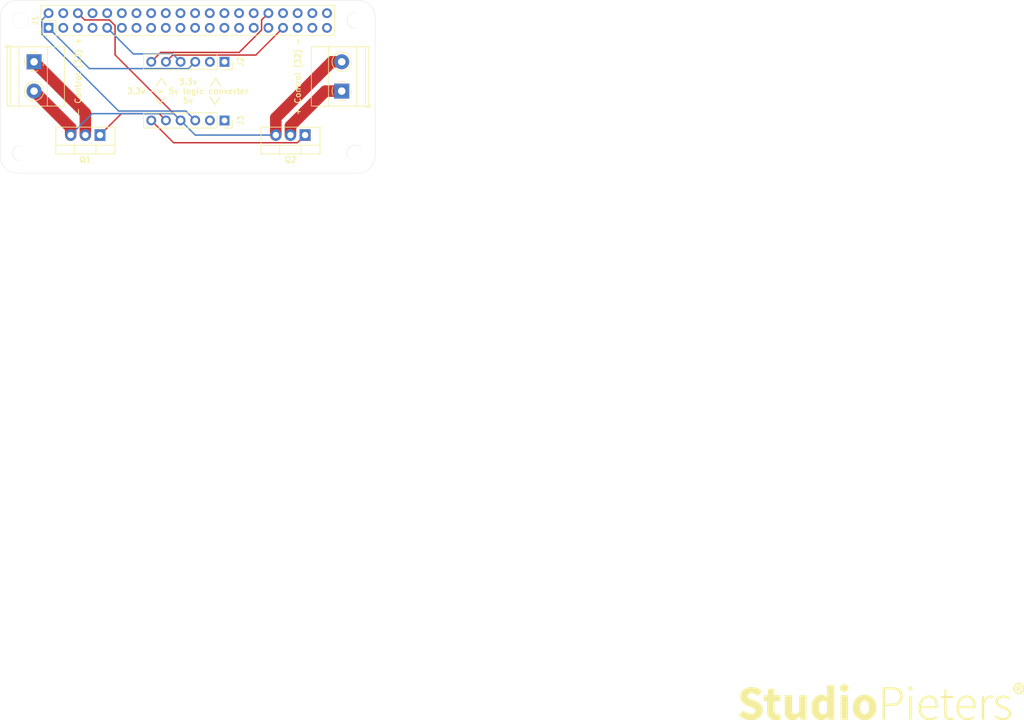
<source format=kicad_pcb>
(kicad_pcb (version 20171130) (host pcbnew 5.1.6)

  (general
    (thickness 1.6)
    (drawings 25)
    (tracks 45)
    (zones 0)
    (modules 12)
    (nets 49)
  )

  (page A4)
  (title_block
    (title "Raspberry Pi® Zero W - Hat Template")
    (date 2018-12-28)
    (rev 1.0.8)
    (company StudioPieters®)
    (comment 1 https://www.studiopieters.nl)
  )

  (layers
    (0 F.Cu signal)
    (31 B.Cu signal)
    (32 B.Adhes user)
    (33 F.Adhes user)
    (34 B.Paste user)
    (35 F.Paste user)
    (36 B.SilkS user)
    (37 F.SilkS user)
    (38 B.Mask user)
    (39 F.Mask user)
    (40 Dwgs.User user)
    (41 Cmts.User user)
    (42 Eco1.User user)
    (43 Eco2.User user)
    (44 Edge.Cuts user)
    (45 Margin user)
    (46 B.CrtYd user)
    (47 F.CrtYd user)
    (48 B.Fab user)
    (49 F.Fab user)
  )

  (setup
    (last_trace_width 0.25)
    (trace_clearance 0.2)
    (zone_clearance 0.508)
    (zone_45_only no)
    (trace_min 0.2)
    (via_size 0.8)
    (via_drill 0.4)
    (via_min_size 0.4)
    (via_min_drill 0.3)
    (uvia_size 0.3)
    (uvia_drill 0.1)
    (uvias_allowed no)
    (uvia_min_size 0.2)
    (uvia_min_drill 0.1)
    (edge_width 0.05)
    (segment_width 0.2)
    (pcb_text_width 0.3)
    (pcb_text_size 1.5 1.5)
    (mod_edge_width 0.12)
    (mod_text_size 1 1)
    (mod_text_width 0.15)
    (pad_size 1.524 1.524)
    (pad_drill 0.762)
    (pad_to_mask_clearance 0.051)
    (solder_mask_min_width 0.25)
    (aux_axis_origin 0 0)
    (visible_elements 7FFFFFFF)
    (pcbplotparams
      (layerselection 0x010fc_ffffffff)
      (usegerberextensions false)
      (usegerberattributes false)
      (usegerberadvancedattributes false)
      (creategerberjobfile false)
      (excludeedgelayer true)
      (linewidth 0.100000)
      (plotframeref false)
      (viasonmask false)
      (mode 1)
      (useauxorigin false)
      (hpglpennumber 1)
      (hpglpenspeed 20)
      (hpglpendiameter 15.000000)
      (psnegative false)
      (psa4output false)
      (plotreference true)
      (plotvalue true)
      (plotinvisibletext false)
      (padsonsilk false)
      (subtractmaskfromsilk false)
      (outputformat 1)
      (mirror false)
      (drillshape 0)
      (scaleselection 1)
      (outputdirectory "/home/nigel/Documents/TheSun2/"))
  )

  (net 0 "")
  (net 1 "Net-(J1-Pad1)")
  (net 2 "Net-(J1-Pad2)")
  (net 3 "Net-(J1-Pad3)")
  (net 4 "Net-(J1-Pad4)")
  (net 5 "Net-(J1-Pad5)")
  (net 6 "Net-(J1-Pad6)")
  (net 7 "Net-(J1-Pad7)")
  (net 8 "Net-(J1-Pad8)")
  (net 9 "Net-(J1-Pad9)")
  (net 10 "Net-(J1-Pad10)")
  (net 11 "Net-(J1-Pad11)")
  (net 12 "Net-(J1-Pad12)")
  (net 13 "Net-(J1-Pad13)")
  (net 14 "Net-(J1-Pad14)")
  (net 15 "Net-(J1-Pad15)")
  (net 16 "Net-(J1-Pad16)")
  (net 17 "Net-(J1-Pad17)")
  (net 18 "Net-(J1-Pad18)")
  (net 19 "Net-(J1-Pad19)")
  (net 20 "Net-(J1-Pad20)")
  (net 21 "Net-(J1-Pad21)")
  (net 22 "Net-(J1-Pad22)")
  (net 23 "Net-(J1-Pad23)")
  (net 24 "Net-(J1-Pad24)")
  (net 25 "Net-(J1-Pad25)")
  (net 26 "Net-(J1-Pad26)")
  (net 27 "Net-(J1-Pad27)")
  (net 28 "Net-(J1-Pad28)")
  (net 29 "Net-(J1-Pad29)")
  (net 30 "Net-(J1-Pad30)")
  (net 31 "Net-(J1-Pad31)")
  (net 32 "Net-(J1-Pad32)")
  (net 33 "Net-(J1-Pad33)")
  (net 34 "Net-(J1-Pad34)")
  (net 35 "Net-(J1-Pad35)")
  (net 36 "Net-(J1-Pad36)")
  (net 37 "Net-(J1-Pad37)")
  (net 38 "Net-(J1-Pad38)")
  (net 39 "Net-(J1-Pad39)")
  (net 40 "Net-(J1-Pad40)")
  (net 41 "Net-(J2-Pad2)")
  (net 42 "Net-(J2-Pad1)")
  (net 43 "Net-(J3-Pad6)")
  (net 44 "Net-(J3-Pad5)")
  (net 45 "Net-(J3-Pad2)")
  (net 46 "Net-(J3-Pad1)")
  (net 47 "Net-(J4-Pad1)")
  (net 48 "Net-(J5-Pad1)")

  (net_class Default "This is the default net class."
    (clearance 0.2)
    (trace_width 0.25)
    (via_dia 0.8)
    (via_drill 0.4)
    (uvia_dia 0.3)
    (uvia_drill 0.1)
    (add_net "Net-(J1-Pad1)")
    (add_net "Net-(J1-Pad10)")
    (add_net "Net-(J1-Pad11)")
    (add_net "Net-(J1-Pad12)")
    (add_net "Net-(J1-Pad13)")
    (add_net "Net-(J1-Pad14)")
    (add_net "Net-(J1-Pad15)")
    (add_net "Net-(J1-Pad16)")
    (add_net "Net-(J1-Pad17)")
    (add_net "Net-(J1-Pad18)")
    (add_net "Net-(J1-Pad19)")
    (add_net "Net-(J1-Pad2)")
    (add_net "Net-(J1-Pad20)")
    (add_net "Net-(J1-Pad21)")
    (add_net "Net-(J1-Pad22)")
    (add_net "Net-(J1-Pad23)")
    (add_net "Net-(J1-Pad24)")
    (add_net "Net-(J1-Pad25)")
    (add_net "Net-(J1-Pad26)")
    (add_net "Net-(J1-Pad27)")
    (add_net "Net-(J1-Pad28)")
    (add_net "Net-(J1-Pad29)")
    (add_net "Net-(J1-Pad3)")
    (add_net "Net-(J1-Pad30)")
    (add_net "Net-(J1-Pad31)")
    (add_net "Net-(J1-Pad32)")
    (add_net "Net-(J1-Pad33)")
    (add_net "Net-(J1-Pad34)")
    (add_net "Net-(J1-Pad35)")
    (add_net "Net-(J1-Pad36)")
    (add_net "Net-(J1-Pad37)")
    (add_net "Net-(J1-Pad38)")
    (add_net "Net-(J1-Pad39)")
    (add_net "Net-(J1-Pad4)")
    (add_net "Net-(J1-Pad40)")
    (add_net "Net-(J1-Pad5)")
    (add_net "Net-(J1-Pad6)")
    (add_net "Net-(J1-Pad7)")
    (add_net "Net-(J1-Pad8)")
    (add_net "Net-(J1-Pad9)")
    (add_net "Net-(J2-Pad1)")
    (add_net "Net-(J2-Pad2)")
    (add_net "Net-(J3-Pad1)")
    (add_net "Net-(J3-Pad2)")
    (add_net "Net-(J3-Pad5)")
    (add_net "Net-(J3-Pad6)")
    (add_net "Net-(J4-Pad1)")
    (add_net "Net-(J5-Pad1)")
  )

  (module Connector_PinSocket_2.54mm:PinSocket_1x06_P2.54mm_Vertical (layer F.Cu) (tedit 5A19A430) (tstamp 5FA12F63)
    (at 88.9 59.69 270)
    (descr "Through hole straight socket strip, 1x06, 2.54mm pitch, single row (from Kicad 4.0.7), script generated")
    (tags "Through hole socket strip THT 1x06 2.54mm single row")
    (path /5FAA5BEE)
    (fp_text reference J2 (at 0 -2.77 90) (layer F.SilkS)
      (effects (font (size 1 1) (thickness 0.15)))
    )
    (fp_text value " " (at 0 15.47 90) (layer F.Fab)
      (effects (font (size 1 1) (thickness 0.15)))
    )
    (fp_text user %R (at 0 6.35) (layer F.Fab)
      (effects (font (size 1 1) (thickness 0.15)))
    )
    (fp_line (start -1.27 -1.27) (end 0.635 -1.27) (layer F.Fab) (width 0.1))
    (fp_line (start 0.635 -1.27) (end 1.27 -0.635) (layer F.Fab) (width 0.1))
    (fp_line (start 1.27 -0.635) (end 1.27 13.97) (layer F.Fab) (width 0.1))
    (fp_line (start 1.27 13.97) (end -1.27 13.97) (layer F.Fab) (width 0.1))
    (fp_line (start -1.27 13.97) (end -1.27 -1.27) (layer F.Fab) (width 0.1))
    (fp_line (start -1.33 1.27) (end 1.33 1.27) (layer F.SilkS) (width 0.12))
    (fp_line (start -1.33 1.27) (end -1.33 14.03) (layer F.SilkS) (width 0.12))
    (fp_line (start -1.33 14.03) (end 1.33 14.03) (layer F.SilkS) (width 0.12))
    (fp_line (start 1.33 1.27) (end 1.33 14.03) (layer F.SilkS) (width 0.12))
    (fp_line (start 1.33 -1.33) (end 1.33 0) (layer F.SilkS) (width 0.12))
    (fp_line (start 0 -1.33) (end 1.33 -1.33) (layer F.SilkS) (width 0.12))
    (fp_line (start -1.8 -1.8) (end 1.75 -1.8) (layer F.CrtYd) (width 0.05))
    (fp_line (start 1.75 -1.8) (end 1.75 14.45) (layer F.CrtYd) (width 0.05))
    (fp_line (start 1.75 14.45) (end -1.8 14.45) (layer F.CrtYd) (width 0.05))
    (fp_line (start -1.8 14.45) (end -1.8 -1.8) (layer F.CrtYd) (width 0.05))
    (pad 6 thru_hole oval (at 0 12.7 270) (size 1.7 1.7) (drill 1) (layers *.Cu *.Mask)
      (net 32 "Net-(J1-Pad32)"))
    (pad 5 thru_hole oval (at 0 10.16 270) (size 1.7 1.7) (drill 1) (layers *.Cu *.Mask)
      (net 33 "Net-(J1-Pad33)"))
    (pad 4 thru_hole oval (at 0 7.62 270) (size 1.7 1.7) (drill 1) (layers *.Cu *.Mask)
      (net 9 "Net-(J1-Pad9)"))
    (pad 3 thru_hole oval (at 0 5.08 270) (size 1.7 1.7) (drill 1) (layers *.Cu *.Mask)
      (net 1 "Net-(J1-Pad1)"))
    (pad 2 thru_hole oval (at 0 2.54 270) (size 1.7 1.7) (drill 1) (layers *.Cu *.Mask)
      (net 41 "Net-(J2-Pad2)"))
    (pad 1 thru_hole rect (at 0 0 270) (size 1.7 1.7) (drill 1) (layers *.Cu *.Mask)
      (net 42 "Net-(J2-Pad1)"))
    (model ${KISYS3DMOD}/Connector_PinSocket_2.54mm.3dshapes/PinSocket_1x06_P2.54mm_Vertical.wrl
      (at (xyz 0 0 0))
      (scale (xyz 1 1 1))
      (rotate (xyz 0 0 0))
    )
  )

  (module TerminalBlock_Phoenix:TerminalBlock_Phoenix_MKDS-1,5-2-5.08_1x02_P5.08mm_Horizontal (layer F.Cu) (tedit 5B294EBC) (tstamp 5FA19195)
    (at 109.22 64.77 90)
    (descr "Terminal Block Phoenix MKDS-1,5-2-5.08, 2 pins, pitch 5.08mm, size 10.2x9.8mm^2, drill diamater 1.3mm, pad diameter 2.6mm, see http://www.farnell.com/datasheets/100425.pdf, script-generated using https://github.com/pointhi/kicad-footprint-generator/scripts/TerminalBlock_Phoenix")
    (tags "THT Terminal Block Phoenix MKDS-1,5-2-5.08 pitch 5.08mm size 10.2x9.8mm^2 drill 1.3mm pad 2.6mm")
    (path /5FAFF9F4)
    (fp_text reference "+ Control (32) -" (at 2.54 -7.62 90) (layer F.SilkS)
      (effects (font (size 1 1) (thickness 0.15)))
    )
    (fp_text value " " (at 2.54 -7.62 270) (layer F.Fab)
      (effects (font (size 1 1) (thickness 0.15)))
    )
    (fp_text user %R (at 2.54 3.2 90) (layer F.Fab)
      (effects (font (size 1 1) (thickness 0.15)))
    )
    (fp_arc (start 0 0) (end -0.684 1.535) (angle -25) (layer F.SilkS) (width 0.12))
    (fp_arc (start 0 0) (end -1.535 -0.684) (angle -48) (layer F.SilkS) (width 0.12))
    (fp_arc (start 0 0) (end 0.684 -1.535) (angle -48) (layer F.SilkS) (width 0.12))
    (fp_arc (start 0 0) (end 1.535 0.684) (angle -48) (layer F.SilkS) (width 0.12))
    (fp_arc (start 0 0) (end 0 1.68) (angle -24) (layer F.SilkS) (width 0.12))
    (fp_circle (center 0 0) (end 1.5 0) (layer F.Fab) (width 0.1))
    (fp_circle (center 5.08 0) (end 6.58 0) (layer F.Fab) (width 0.1))
    (fp_circle (center 5.08 0) (end 6.76 0) (layer F.SilkS) (width 0.12))
    (fp_line (start -2.54 -5.2) (end 7.62 -5.2) (layer F.Fab) (width 0.1))
    (fp_line (start 7.62 -5.2) (end 7.62 4.6) (layer F.Fab) (width 0.1))
    (fp_line (start 7.62 4.6) (end -2.04 4.6) (layer F.Fab) (width 0.1))
    (fp_line (start -2.04 4.6) (end -2.54 4.1) (layer F.Fab) (width 0.1))
    (fp_line (start -2.54 4.1) (end -2.54 -5.2) (layer F.Fab) (width 0.1))
    (fp_line (start -2.54 4.1) (end 7.62 4.1) (layer F.Fab) (width 0.1))
    (fp_line (start -2.6 4.1) (end 7.68 4.1) (layer F.SilkS) (width 0.12))
    (fp_line (start -2.54 2.6) (end 7.62 2.6) (layer F.Fab) (width 0.1))
    (fp_line (start -2.6 2.6) (end 7.68 2.6) (layer F.SilkS) (width 0.12))
    (fp_line (start -2.54 -2.3) (end 7.62 -2.3) (layer F.Fab) (width 0.1))
    (fp_line (start -2.6 -2.301) (end 7.68 -2.301) (layer F.SilkS) (width 0.12))
    (fp_line (start -2.6 -5.261) (end 7.68 -5.261) (layer F.SilkS) (width 0.12))
    (fp_line (start -2.6 4.66) (end 7.68 4.66) (layer F.SilkS) (width 0.12))
    (fp_line (start -2.6 -5.261) (end -2.6 4.66) (layer F.SilkS) (width 0.12))
    (fp_line (start 7.68 -5.261) (end 7.68 4.66) (layer F.SilkS) (width 0.12))
    (fp_line (start 1.138 -0.955) (end -0.955 1.138) (layer F.Fab) (width 0.1))
    (fp_line (start 0.955 -1.138) (end -1.138 0.955) (layer F.Fab) (width 0.1))
    (fp_line (start 6.218 -0.955) (end 4.126 1.138) (layer F.Fab) (width 0.1))
    (fp_line (start 6.035 -1.138) (end 3.943 0.955) (layer F.Fab) (width 0.1))
    (fp_line (start 6.355 -1.069) (end 6.308 -1.023) (layer F.SilkS) (width 0.12))
    (fp_line (start 4.046 1.239) (end 4.011 1.274) (layer F.SilkS) (width 0.12))
    (fp_line (start 6.15 -1.275) (end 6.115 -1.239) (layer F.SilkS) (width 0.12))
    (fp_line (start 3.853 1.023) (end 3.806 1.069) (layer F.SilkS) (width 0.12))
    (fp_line (start -2.84 4.16) (end -2.84 4.9) (layer F.SilkS) (width 0.12))
    (fp_line (start -2.84 4.9) (end -2.34 4.9) (layer F.SilkS) (width 0.12))
    (fp_line (start -3.04 -5.71) (end -3.04 5.1) (layer F.CrtYd) (width 0.05))
    (fp_line (start -3.04 5.1) (end 8.13 5.1) (layer F.CrtYd) (width 0.05))
    (fp_line (start 8.13 5.1) (end 8.13 -5.71) (layer F.CrtYd) (width 0.05))
    (fp_line (start 8.13 -5.71) (end -3.04 -5.71) (layer F.CrtYd) (width 0.05))
    (pad 2 thru_hole circle (at 5.08 0 90) (size 2.6 2.6) (drill 1.3) (layers *.Cu *.Mask)
      (net 6 "Net-(J1-Pad6)"))
    (pad 1 thru_hole rect (at 0 0 90) (size 2.6 2.6) (drill 1.3) (layers *.Cu *.Mask)
      (net 48 "Net-(J5-Pad1)"))
    (model ${KISYS3DMOD}/TerminalBlock_Phoenix.3dshapes/TerminalBlock_Phoenix_MKDS-1,5-2-5.08_1x02_P5.08mm_Horizontal.wrl
      (at (xyz 0 0 0))
      (scale (xyz 1 1 1))
      (rotate (xyz 0 0 0))
    )
  )

  (module TerminalBlock_Phoenix:TerminalBlock_Phoenix_MKDS-1,5-2-5.08_1x02_P5.08mm_Horizontal (layer F.Cu) (tedit 5B294EBC) (tstamp 5FA19169)
    (at 55.88 59.69 270)
    (descr "Terminal Block Phoenix MKDS-1,5-2-5.08, 2 pins, pitch 5.08mm, size 10.2x9.8mm^2, drill diamater 1.3mm, pad diameter 2.6mm, see http://www.farnell.com/datasheets/100425.pdf, script-generated using https://github.com/pointhi/kicad-footprint-generator/scripts/TerminalBlock_Phoenix")
    (tags "THT Terminal Block Phoenix MKDS-1,5-2-5.08 pitch 5.08mm size 10.2x9.8mm^2 drill 1.3mm pad 2.6mm")
    (path /5FAFED54)
    (fp_text reference "- Control (33) +" (at 2.54 -7.62 90) (layer F.SilkS)
      (effects (font (size 1 1) (thickness 0.15)))
    )
    (fp_text value " " (at 2.54 -7.62 90) (layer F.Fab)
      (effects (font (size 1 1) (thickness 0.15)))
    )
    (fp_text user %R (at 2.54 3.2 90) (layer F.Fab)
      (effects (font (size 1 1) (thickness 0.15)))
    )
    (fp_arc (start 0 0) (end -0.684 1.535) (angle -25) (layer F.SilkS) (width 0.12))
    (fp_arc (start 0 0) (end -1.535 -0.684) (angle -48) (layer F.SilkS) (width 0.12))
    (fp_arc (start 0 0) (end 0.684 -1.535) (angle -48) (layer F.SilkS) (width 0.12))
    (fp_arc (start 0 0) (end 1.535 0.684) (angle -48) (layer F.SilkS) (width 0.12))
    (fp_arc (start 0 0) (end 0 1.68) (angle -24) (layer F.SilkS) (width 0.12))
    (fp_circle (center 0 0) (end 1.5 0) (layer F.Fab) (width 0.1))
    (fp_circle (center 5.08 0) (end 6.58 0) (layer F.Fab) (width 0.1))
    (fp_circle (center 5.08 0) (end 6.76 0) (layer F.SilkS) (width 0.12))
    (fp_line (start -2.54 -5.2) (end 7.62 -5.2) (layer F.Fab) (width 0.1))
    (fp_line (start 7.62 -5.2) (end 7.62 4.6) (layer F.Fab) (width 0.1))
    (fp_line (start 7.62 4.6) (end -2.04 4.6) (layer F.Fab) (width 0.1))
    (fp_line (start -2.04 4.6) (end -2.54 4.1) (layer F.Fab) (width 0.1))
    (fp_line (start -2.54 4.1) (end -2.54 -5.2) (layer F.Fab) (width 0.1))
    (fp_line (start -2.54 4.1) (end 7.62 4.1) (layer F.Fab) (width 0.1))
    (fp_line (start -2.6 4.1) (end 7.68 4.1) (layer F.SilkS) (width 0.12))
    (fp_line (start -2.54 2.6) (end 7.62 2.6) (layer F.Fab) (width 0.1))
    (fp_line (start -2.6 2.6) (end 7.68 2.6) (layer F.SilkS) (width 0.12))
    (fp_line (start -2.54 -2.3) (end 7.62 -2.3) (layer F.Fab) (width 0.1))
    (fp_line (start -2.6 -2.301) (end 7.68 -2.301) (layer F.SilkS) (width 0.12))
    (fp_line (start -2.6 -5.261) (end 7.68 -5.261) (layer F.SilkS) (width 0.12))
    (fp_line (start -2.6 4.66) (end 7.68 4.66) (layer F.SilkS) (width 0.12))
    (fp_line (start -2.6 -5.261) (end -2.6 4.66) (layer F.SilkS) (width 0.12))
    (fp_line (start 7.68 -5.261) (end 7.68 4.66) (layer F.SilkS) (width 0.12))
    (fp_line (start 1.138 -0.955) (end -0.955 1.138) (layer F.Fab) (width 0.1))
    (fp_line (start 0.955 -1.138) (end -1.138 0.955) (layer F.Fab) (width 0.1))
    (fp_line (start 6.218 -0.955) (end 4.126 1.138) (layer F.Fab) (width 0.1))
    (fp_line (start 6.035 -1.138) (end 3.943 0.955) (layer F.Fab) (width 0.1))
    (fp_line (start 6.355 -1.069) (end 6.308 -1.023) (layer F.SilkS) (width 0.12))
    (fp_line (start 4.046 1.239) (end 4.011 1.274) (layer F.SilkS) (width 0.12))
    (fp_line (start 6.15 -1.275) (end 6.115 -1.239) (layer F.SilkS) (width 0.12))
    (fp_line (start 3.853 1.023) (end 3.806 1.069) (layer F.SilkS) (width 0.12))
    (fp_line (start -2.84 4.16) (end -2.84 4.9) (layer F.SilkS) (width 0.12))
    (fp_line (start -2.84 4.9) (end -2.34 4.9) (layer F.SilkS) (width 0.12))
    (fp_line (start -3.04 -5.71) (end -3.04 5.1) (layer F.CrtYd) (width 0.05))
    (fp_line (start -3.04 5.1) (end 8.13 5.1) (layer F.CrtYd) (width 0.05))
    (fp_line (start 8.13 5.1) (end 8.13 -5.71) (layer F.CrtYd) (width 0.05))
    (fp_line (start 8.13 -5.71) (end -3.04 -5.71) (layer F.CrtYd) (width 0.05))
    (pad 2 thru_hole circle (at 5.08 0 270) (size 2.6 2.6) (drill 1.3) (layers *.Cu *.Mask)
      (net 6 "Net-(J1-Pad6)"))
    (pad 1 thru_hole rect (at 0 0 270) (size 2.6 2.6) (drill 1.3) (layers *.Cu *.Mask)
      (net 47 "Net-(J4-Pad1)"))
    (model ${KISYS3DMOD}/TerminalBlock_Phoenix.3dshapes/TerminalBlock_Phoenix_MKDS-1,5-2-5.08_1x02_P5.08mm_Horizontal.wrl
      (at (xyz 0 0 0))
      (scale (xyz 1 1 1))
      (rotate (xyz 0 0 0))
    )
  )

  (module Package_TO_SOT_THT:TO-220-3_Vertical (layer F.Cu) (tedit 5AC8BA0D) (tstamp 5FA1302D)
    (at 102.87 72.39 180)
    (descr "TO-220-3, Vertical, RM 2.54mm, see https://www.vishay.com/docs/66542/to-220-1.pdf")
    (tags "TO-220-3 Vertical RM 2.54mm")
    (path /5FA9B83C)
    (fp_text reference Q2 (at 2.54 -4.27) (layer F.SilkS)
      (effects (font (size 1 1) (thickness 0.15)))
    )
    (fp_text value IRFZ44N (at 2.54 2.5) (layer F.Fab)
      (effects (font (size 1 1) (thickness 0.15)))
    )
    (fp_text user %R (at 2.54 -4.27) (layer F.Fab)
      (effects (font (size 1 1) (thickness 0.15)))
    )
    (fp_line (start -2.46 -3.15) (end -2.46 1.25) (layer F.Fab) (width 0.1))
    (fp_line (start -2.46 1.25) (end 7.54 1.25) (layer F.Fab) (width 0.1))
    (fp_line (start 7.54 1.25) (end 7.54 -3.15) (layer F.Fab) (width 0.1))
    (fp_line (start 7.54 -3.15) (end -2.46 -3.15) (layer F.Fab) (width 0.1))
    (fp_line (start -2.46 -1.88) (end 7.54 -1.88) (layer F.Fab) (width 0.1))
    (fp_line (start 0.69 -3.15) (end 0.69 -1.88) (layer F.Fab) (width 0.1))
    (fp_line (start 4.39 -3.15) (end 4.39 -1.88) (layer F.Fab) (width 0.1))
    (fp_line (start -2.58 -3.27) (end 7.66 -3.27) (layer F.SilkS) (width 0.12))
    (fp_line (start -2.58 1.371) (end 7.66 1.371) (layer F.SilkS) (width 0.12))
    (fp_line (start -2.58 -3.27) (end -2.58 1.371) (layer F.SilkS) (width 0.12))
    (fp_line (start 7.66 -3.27) (end 7.66 1.371) (layer F.SilkS) (width 0.12))
    (fp_line (start -2.58 -1.76) (end 7.66 -1.76) (layer F.SilkS) (width 0.12))
    (fp_line (start 0.69 -3.27) (end 0.69 -1.76) (layer F.SilkS) (width 0.12))
    (fp_line (start 4.391 -3.27) (end 4.391 -1.76) (layer F.SilkS) (width 0.12))
    (fp_line (start -2.71 -3.4) (end -2.71 1.51) (layer F.CrtYd) (width 0.05))
    (fp_line (start -2.71 1.51) (end 7.79 1.51) (layer F.CrtYd) (width 0.05))
    (fp_line (start 7.79 1.51) (end 7.79 -3.4) (layer F.CrtYd) (width 0.05))
    (fp_line (start 7.79 -3.4) (end -2.71 -3.4) (layer F.CrtYd) (width 0.05))
    (pad 3 thru_hole oval (at 5.08 0 180) (size 1.905 2) (drill 1.1) (layers *.Cu *.Mask)
      (net 6 "Net-(J1-Pad6)"))
    (pad 2 thru_hole oval (at 2.54 0 180) (size 1.905 2) (drill 1.1) (layers *.Cu *.Mask)
      (net 48 "Net-(J5-Pad1)"))
    (pad 1 thru_hole rect (at 0 0 180) (size 1.905 2) (drill 1.1) (layers *.Cu *.Mask)
      (net 43 "Net-(J3-Pad6)"))
    (model ${KISYS3DMOD}/Package_TO_SOT_THT.3dshapes/TO-220-3_Vertical.wrl
      (at (xyz 0 0 0))
      (scale (xyz 1 1 1))
      (rotate (xyz 0 0 0))
    )
  )

  (module Package_TO_SOT_THT:TO-220-3_Vertical (layer F.Cu) (tedit 5AC8BA0D) (tstamp 5FA13013)
    (at 67.31 72.39 180)
    (descr "TO-220-3, Vertical, RM 2.54mm, see https://www.vishay.com/docs/66542/to-220-1.pdf")
    (tags "TO-220-3 Vertical RM 2.54mm")
    (path /5FA99A27)
    (fp_text reference Q1 (at 2.54 -4.27) (layer F.SilkS)
      (effects (font (size 1 1) (thickness 0.15)))
    )
    (fp_text value IRFZ44N (at 2.54 2.5) (layer F.Fab)
      (effects (font (size 1 1) (thickness 0.15)))
    )
    (fp_text user %R (at 2.54 -4.27) (layer F.Fab)
      (effects (font (size 1 1) (thickness 0.15)))
    )
    (fp_line (start -2.46 -3.15) (end -2.46 1.25) (layer F.Fab) (width 0.1))
    (fp_line (start -2.46 1.25) (end 7.54 1.25) (layer F.Fab) (width 0.1))
    (fp_line (start 7.54 1.25) (end 7.54 -3.15) (layer F.Fab) (width 0.1))
    (fp_line (start 7.54 -3.15) (end -2.46 -3.15) (layer F.Fab) (width 0.1))
    (fp_line (start -2.46 -1.88) (end 7.54 -1.88) (layer F.Fab) (width 0.1))
    (fp_line (start 0.69 -3.15) (end 0.69 -1.88) (layer F.Fab) (width 0.1))
    (fp_line (start 4.39 -3.15) (end 4.39 -1.88) (layer F.Fab) (width 0.1))
    (fp_line (start -2.58 -3.27) (end 7.66 -3.27) (layer F.SilkS) (width 0.12))
    (fp_line (start -2.58 1.371) (end 7.66 1.371) (layer F.SilkS) (width 0.12))
    (fp_line (start -2.58 -3.27) (end -2.58 1.371) (layer F.SilkS) (width 0.12))
    (fp_line (start 7.66 -3.27) (end 7.66 1.371) (layer F.SilkS) (width 0.12))
    (fp_line (start -2.58 -1.76) (end 7.66 -1.76) (layer F.SilkS) (width 0.12))
    (fp_line (start 0.69 -3.27) (end 0.69 -1.76) (layer F.SilkS) (width 0.12))
    (fp_line (start 4.391 -3.27) (end 4.391 -1.76) (layer F.SilkS) (width 0.12))
    (fp_line (start -2.71 -3.4) (end -2.71 1.51) (layer F.CrtYd) (width 0.05))
    (fp_line (start -2.71 1.51) (end 7.79 1.51) (layer F.CrtYd) (width 0.05))
    (fp_line (start 7.79 1.51) (end 7.79 -3.4) (layer F.CrtYd) (width 0.05))
    (fp_line (start 7.79 -3.4) (end -2.71 -3.4) (layer F.CrtYd) (width 0.05))
    (pad 3 thru_hole oval (at 5.08 0 180) (size 1.905 2) (drill 1.1) (layers *.Cu *.Mask)
      (net 6 "Net-(J1-Pad6)"))
    (pad 2 thru_hole oval (at 2.54 0 180) (size 1.905 2) (drill 1.1) (layers *.Cu *.Mask)
      (net 47 "Net-(J4-Pad1)"))
    (pad 1 thru_hole rect (at 0 0 180) (size 1.905 2) (drill 1.1) (layers *.Cu *.Mask)
      (net 44 "Net-(J3-Pad5)"))
    (model ${KISYS3DMOD}/Package_TO_SOT_THT.3dshapes/TO-220-3_Vertical.wrl
      (at (xyz 0 0 0))
      (scale (xyz 1 1 1))
      (rotate (xyz 0 0 0))
    )
  )

  (module Connector_PinSocket_2.54mm:PinSocket_1x06_P2.54mm_Vertical (layer F.Cu) (tedit 5A19A430) (tstamp 5FA12F7D)
    (at 88.9 69.85 270)
    (descr "Through hole straight socket strip, 1x06, 2.54mm pitch, single row (from Kicad 4.0.7), script generated")
    (tags "Through hole socket strip THT 1x06 2.54mm single row")
    (path /5FAAE344)
    (fp_text reference J3 (at 0 -2.77 90) (layer F.SilkS)
      (effects (font (size 1 1) (thickness 0.15)))
    )
    (fp_text value " " (at 0 15.47 90) (layer F.Fab)
      (effects (font (size 1 1) (thickness 0.15) italic))
    )
    (fp_text user %R (at 0 6.35) (layer F.Fab)
      (effects (font (size 1 1) (thickness 0.15)))
    )
    (fp_line (start -1.27 -1.27) (end 0.635 -1.27) (layer F.Fab) (width 0.1))
    (fp_line (start 0.635 -1.27) (end 1.27 -0.635) (layer F.Fab) (width 0.1))
    (fp_line (start 1.27 -0.635) (end 1.27 13.97) (layer F.Fab) (width 0.1))
    (fp_line (start 1.27 13.97) (end -1.27 13.97) (layer F.Fab) (width 0.1))
    (fp_line (start -1.27 13.97) (end -1.27 -1.27) (layer F.Fab) (width 0.1))
    (fp_line (start -1.33 1.27) (end 1.33 1.27) (layer F.SilkS) (width 0.12))
    (fp_line (start -1.33 1.27) (end -1.33 14.03) (layer F.SilkS) (width 0.12))
    (fp_line (start -1.33 14.03) (end 1.33 14.03) (layer F.SilkS) (width 0.12))
    (fp_line (start 1.33 1.27) (end 1.33 14.03) (layer F.SilkS) (width 0.12))
    (fp_line (start 1.33 -1.33) (end 1.33 0) (layer F.SilkS) (width 0.12))
    (fp_line (start 0 -1.33) (end 1.33 -1.33) (layer F.SilkS) (width 0.12))
    (fp_line (start -1.8 -1.8) (end 1.75 -1.8) (layer F.CrtYd) (width 0.05))
    (fp_line (start 1.75 -1.8) (end 1.75 14.45) (layer F.CrtYd) (width 0.05))
    (fp_line (start 1.75 14.45) (end -1.8 14.45) (layer F.CrtYd) (width 0.05))
    (fp_line (start -1.8 14.45) (end -1.8 -1.8) (layer F.CrtYd) (width 0.05))
    (pad 6 thru_hole oval (at 0 12.7 270) (size 1.7 1.7) (drill 1) (layers *.Cu *.Mask)
      (net 43 "Net-(J3-Pad6)"))
    (pad 5 thru_hole oval (at 0 10.16 270) (size 1.7 1.7) (drill 1) (layers *.Cu *.Mask)
      (net 44 "Net-(J3-Pad5)"))
    (pad 4 thru_hole oval (at 0 7.62 270) (size 1.7 1.7) (drill 1) (layers *.Cu *.Mask)
      (net 6 "Net-(J1-Pad6)"))
    (pad 3 thru_hole oval (at 0 5.08 270) (size 1.7 1.7) (drill 1) (layers *.Cu *.Mask)
      (net 2 "Net-(J1-Pad2)"))
    (pad 2 thru_hole oval (at 0 2.54 270) (size 1.7 1.7) (drill 1) (layers *.Cu *.Mask)
      (net 45 "Net-(J3-Pad2)"))
    (pad 1 thru_hole rect (at 0 0 270) (size 1.7 1.7) (drill 1) (layers *.Cu *.Mask)
      (net 46 "Net-(J3-Pad1)"))
    (model ${KISYS3DMOD}/Connector_PinSocket_2.54mm.3dshapes/PinSocket_1x06_P2.54mm_Vertical.wrl
      (at (xyz 0 0 0))
      (scale (xyz 1 1 1))
      (rotate (xyz 0 0 0))
    )
  )

  (module Connector_PinHeader_2.54mm:PinHeader_2x20_P2.54mm_Vertical (layer F.Cu) (tedit 59FED5CC) (tstamp 5C2616A7)
    (at 58.4 53.8 90)
    (descr "Through hole straight pin header, 2x20, 2.54mm pitch, double rows")
    (tags "Through hole pin header THT 2x20 2.54mm double row")
    (path /5C26120C)
    (fp_text reference J1 (at 1.27 -2.33 90) (layer F.SilkS)
      (effects (font (size 1 1) (thickness 0.15)))
    )
    (fp_text value " " (at 1.27 50.59 90) (layer F.Fab) hide
      (effects (font (size 1 1) (thickness 0.15)))
    )
    (fp_line (start 0 -1.27) (end 3.81 -1.27) (layer F.Fab) (width 0.1))
    (fp_line (start 3.81 -1.27) (end 3.81 49.53) (layer F.Fab) (width 0.1))
    (fp_line (start 3.81 49.53) (end -1.27 49.53) (layer F.Fab) (width 0.1))
    (fp_line (start -1.27 49.53) (end -1.27 0) (layer F.Fab) (width 0.1))
    (fp_line (start -1.27 0) (end 0 -1.27) (layer F.Fab) (width 0.1))
    (fp_line (start -1.33 49.59) (end 3.87 49.59) (layer F.SilkS) (width 0.12))
    (fp_line (start -1.33 1.27) (end -1.33 49.59) (layer F.SilkS) (width 0.12))
    (fp_line (start 3.87 -1.33) (end 3.87 49.59) (layer F.SilkS) (width 0.12))
    (fp_line (start -1.33 1.27) (end 1.27 1.27) (layer F.SilkS) (width 0.12))
    (fp_line (start 1.27 1.27) (end 1.27 -1.33) (layer F.SilkS) (width 0.12))
    (fp_line (start 1.27 -1.33) (end 3.87 -1.33) (layer F.SilkS) (width 0.12))
    (fp_line (start -1.33 0) (end -1.33 -1.33) (layer F.SilkS) (width 0.12))
    (fp_line (start -1.33 -1.33) (end 0 -1.33) (layer F.SilkS) (width 0.12))
    (fp_line (start -1.8 -1.8) (end -1.8 50.05) (layer F.CrtYd) (width 0.05))
    (fp_line (start -1.8 50.05) (end 4.35 50.05) (layer F.CrtYd) (width 0.05))
    (fp_line (start 4.35 50.05) (end 4.35 -1.8) (layer F.CrtYd) (width 0.05))
    (fp_line (start 4.35 -1.8) (end -1.8 -1.8) (layer F.CrtYd) (width 0.05))
    (fp_text user %R (at 1.27 24.13 180) (layer F.Fab)
      (effects (font (size 1 1) (thickness 0.15)))
    )
    (pad 40 thru_hole oval (at 2.54 48.26 90) (size 1.7 1.7) (drill 1) (layers *.Cu *.Mask)
      (net 40 "Net-(J1-Pad40)"))
    (pad 39 thru_hole oval (at 0 48.26 90) (size 1.7 1.7) (drill 1) (layers *.Cu *.Mask)
      (net 39 "Net-(J1-Pad39)"))
    (pad 38 thru_hole oval (at 2.54 45.72 90) (size 1.7 1.7) (drill 1) (layers *.Cu *.Mask)
      (net 38 "Net-(J1-Pad38)"))
    (pad 37 thru_hole oval (at 0 45.72 90) (size 1.7 1.7) (drill 1) (layers *.Cu *.Mask)
      (net 37 "Net-(J1-Pad37)"))
    (pad 36 thru_hole oval (at 2.54 43.18 90) (size 1.7 1.7) (drill 1) (layers *.Cu *.Mask)
      (net 36 "Net-(J1-Pad36)"))
    (pad 35 thru_hole oval (at 0 43.18 90) (size 1.7 1.7) (drill 1) (layers *.Cu *.Mask)
      (net 35 "Net-(J1-Pad35)"))
    (pad 34 thru_hole oval (at 2.54 40.64 90) (size 1.7 1.7) (drill 1) (layers *.Cu *.Mask)
      (net 34 "Net-(J1-Pad34)"))
    (pad 33 thru_hole oval (at 0 40.64 90) (size 1.7 1.7) (drill 1) (layers *.Cu *.Mask)
      (net 33 "Net-(J1-Pad33)"))
    (pad 32 thru_hole oval (at 2.54 38.1 90) (size 1.7 1.7) (drill 1) (layers *.Cu *.Mask)
      (net 32 "Net-(J1-Pad32)"))
    (pad 31 thru_hole oval (at 0 38.1 90) (size 1.7 1.7) (drill 1) (layers *.Cu *.Mask)
      (net 31 "Net-(J1-Pad31)"))
    (pad 30 thru_hole oval (at 2.54 35.56 90) (size 1.7 1.7) (drill 1) (layers *.Cu *.Mask)
      (net 30 "Net-(J1-Pad30)"))
    (pad 29 thru_hole oval (at 0 35.56 90) (size 1.7 1.7) (drill 1) (layers *.Cu *.Mask)
      (net 29 "Net-(J1-Pad29)"))
    (pad 28 thru_hole oval (at 2.54 33.02 90) (size 1.7 1.7) (drill 1) (layers *.Cu *.Mask)
      (net 28 "Net-(J1-Pad28)"))
    (pad 27 thru_hole oval (at 0 33.02 90) (size 1.7 1.7) (drill 1) (layers *.Cu *.Mask)
      (net 27 "Net-(J1-Pad27)"))
    (pad 26 thru_hole oval (at 2.54 30.48 90) (size 1.7 1.7) (drill 1) (layers *.Cu *.Mask)
      (net 26 "Net-(J1-Pad26)"))
    (pad 25 thru_hole oval (at 0 30.48 90) (size 1.7 1.7) (drill 1) (layers *.Cu *.Mask)
      (net 25 "Net-(J1-Pad25)"))
    (pad 24 thru_hole oval (at 2.54 27.94 90) (size 1.7 1.7) (drill 1) (layers *.Cu *.Mask)
      (net 24 "Net-(J1-Pad24)"))
    (pad 23 thru_hole oval (at 0 27.94 90) (size 1.7 1.7) (drill 1) (layers *.Cu *.Mask)
      (net 23 "Net-(J1-Pad23)"))
    (pad 22 thru_hole oval (at 2.54 25.4 90) (size 1.7 1.7) (drill 1) (layers *.Cu *.Mask)
      (net 22 "Net-(J1-Pad22)"))
    (pad 21 thru_hole oval (at 0 25.4 90) (size 1.7 1.7) (drill 1) (layers *.Cu *.Mask)
      (net 21 "Net-(J1-Pad21)"))
    (pad 20 thru_hole oval (at 2.54 22.86 90) (size 1.7 1.7) (drill 1) (layers *.Cu *.Mask)
      (net 20 "Net-(J1-Pad20)"))
    (pad 19 thru_hole oval (at 0 22.86 90) (size 1.7 1.7) (drill 1) (layers *.Cu *.Mask)
      (net 19 "Net-(J1-Pad19)"))
    (pad 18 thru_hole oval (at 2.54 20.32 90) (size 1.7 1.7) (drill 1) (layers *.Cu *.Mask)
      (net 18 "Net-(J1-Pad18)"))
    (pad 17 thru_hole oval (at 0 20.32 90) (size 1.7 1.7) (drill 1) (layers *.Cu *.Mask)
      (net 17 "Net-(J1-Pad17)"))
    (pad 16 thru_hole oval (at 2.54 17.78 90) (size 1.7 1.7) (drill 1) (layers *.Cu *.Mask)
      (net 16 "Net-(J1-Pad16)"))
    (pad 15 thru_hole oval (at 0 17.78 90) (size 1.7 1.7) (drill 1) (layers *.Cu *.Mask)
      (net 15 "Net-(J1-Pad15)"))
    (pad 14 thru_hole oval (at 2.54 15.24 90) (size 1.7 1.7) (drill 1) (layers *.Cu *.Mask)
      (net 14 "Net-(J1-Pad14)"))
    (pad 13 thru_hole oval (at 0 15.24 90) (size 1.7 1.7) (drill 1) (layers *.Cu *.Mask)
      (net 13 "Net-(J1-Pad13)"))
    (pad 12 thru_hole oval (at 2.54 12.7 90) (size 1.7 1.7) (drill 1) (layers *.Cu *.Mask)
      (net 12 "Net-(J1-Pad12)"))
    (pad 11 thru_hole oval (at 0 12.7 90) (size 1.7 1.7) (drill 1) (layers *.Cu *.Mask)
      (net 11 "Net-(J1-Pad11)"))
    (pad 10 thru_hole oval (at 2.54 10.16 90) (size 1.7 1.7) (drill 1) (layers *.Cu *.Mask)
      (net 10 "Net-(J1-Pad10)"))
    (pad 9 thru_hole oval (at 0 10.16 90) (size 1.7 1.7) (drill 1) (layers *.Cu *.Mask)
      (net 9 "Net-(J1-Pad9)"))
    (pad 8 thru_hole oval (at 2.54 7.62 90) (size 1.7 1.7) (drill 1) (layers *.Cu *.Mask)
      (net 8 "Net-(J1-Pad8)"))
    (pad 7 thru_hole oval (at 0 7.62 90) (size 1.7 1.7) (drill 1) (layers *.Cu *.Mask)
      (net 7 "Net-(J1-Pad7)"))
    (pad 6 thru_hole oval (at 2.54 5.08 90) (size 1.7 1.7) (drill 1) (layers *.Cu *.Mask)
      (net 6 "Net-(J1-Pad6)"))
    (pad 5 thru_hole oval (at 0 5.08 90) (size 1.7 1.7) (drill 1) (layers *.Cu *.Mask)
      (net 5 "Net-(J1-Pad5)"))
    (pad 4 thru_hole oval (at 2.54 2.54 90) (size 1.7 1.7) (drill 1) (layers *.Cu *.Mask)
      (net 4 "Net-(J1-Pad4)"))
    (pad 3 thru_hole oval (at 0 2.54 90) (size 1.7 1.7) (drill 1) (layers *.Cu *.Mask)
      (net 3 "Net-(J1-Pad3)"))
    (pad 2 thru_hole oval (at 2.54 0 90) (size 1.7 1.7) (drill 1) (layers *.Cu *.Mask)
      (net 2 "Net-(J1-Pad2)"))
    (pad 1 thru_hole rect (at 0 0 90) (size 1.7 1.7) (drill 1) (layers *.Cu *.Mask)
      (net 1 "Net-(J1-Pad1)"))
    (model ${KISYS3DMOD}/Connector_PinHeader_2.54mm.3dshapes/PinHeader_2x20_P2.54mm_Vertical.wrl
      (at (xyz 0 0 0))
      (scale (xyz 1 1 1))
      (rotate (xyz 0 0 0))
    )
  )

  (module RPi_Hat:RPi_Hat_Mounting_Hole locked (layer F.Cu) (tedit 55217C7B) (tstamp 5C471D7E)
    (at 53.5 52.5)
    (descr "Mounting hole, Befestigungsbohrung, 2,7mm, No Annular, Kein Restring,")
    (tags "Mounting hole, Befestigungsbohrung, 2,7mm, No Annular, Kein Restring,")
    (fp_text reference "" (at 0 -4.0005) (layer F.SilkS) hide
      (effects (font (size 1 1) (thickness 0.15)))
    )
    (fp_text value "" (at 0.09906 3.59918) (layer F.Fab) hide
      (effects (font (size 1 1) (thickness 0.15)))
    )
    (fp_circle (center 0 0) (end 1.375 0) (layer F.Fab) (width 0.15))
    (fp_circle (center 0 0) (end 3.1 0) (layer F.Fab) (width 0.15))
    (fp_circle (center 0 0) (end 3.1 0) (layer B.Fab) (width 0.15))
    (fp_circle (center 0 0) (end 1.375 0) (layer B.Fab) (width 0.15))
    (fp_circle (center 0 0) (end 3.1 0) (layer F.CrtYd) (width 0.15))
    (fp_circle (center 0 0) (end 3.1 0) (layer B.CrtYd) (width 0.15))
    (pad "" np_thru_hole circle (at 0 0) (size 2.75 2.75) (drill 2.75) (layers *.Cu *.Mask)
      (solder_mask_margin 1.725) (clearance 1.725))
  )

  (module RPi_Hat:RPi_Hat_Mounting_Hole locked (layer F.Cu) (tedit 55217C7B) (tstamp 5C471D7E)
    (at 53.6 75.5)
    (descr "Mounting hole, Befestigungsbohrung, 2,7mm, No Annular, Kein Restring,")
    (tags "Mounting hole, Befestigungsbohrung, 2,7mm, No Annular, Kein Restring,")
    (fp_text reference "" (at 0 -4.0005) (layer F.SilkS) hide
      (effects (font (size 1 1) (thickness 0.15)))
    )
    (fp_text value "" (at 0.09906 3.59918) (layer F.Fab) hide
      (effects (font (size 1 1) (thickness 0.15)))
    )
    (fp_circle (center 0 0) (end 1.375 0) (layer F.Fab) (width 0.15))
    (fp_circle (center 0 0) (end 3.1 0) (layer F.Fab) (width 0.15))
    (fp_circle (center 0 0) (end 3.1 0) (layer B.Fab) (width 0.15))
    (fp_circle (center 0 0) (end 1.375 0) (layer B.Fab) (width 0.15))
    (fp_circle (center 0 0) (end 3.1 0) (layer F.CrtYd) (width 0.15))
    (fp_circle (center 0 0) (end 3.1 0) (layer B.CrtYd) (width 0.15))
    (pad "" np_thru_hole circle (at 0 0) (size 2.75 2.75) (drill 2.75) (layers *.Cu *.Mask)
      (solder_mask_margin 1.725) (clearance 1.725))
  )

  (module RPi_Hat:RPi_Hat_Mounting_Hole locked (layer F.Cu) (tedit 55217C7B) (tstamp 5C471D7E)
    (at 111.6 75.6)
    (descr "Mounting hole, Befestigungsbohrung, 2,7mm, No Annular, Kein Restring,")
    (tags "Mounting hole, Befestigungsbohrung, 2,7mm, No Annular, Kein Restring,")
    (fp_text reference "" (at 0 -4.0005) (layer F.SilkS) hide
      (effects (font (size 1 1) (thickness 0.15)))
    )
    (fp_text value "" (at 0.09906 3.59918) (layer F.Fab) hide
      (effects (font (size 1 1) (thickness 0.15)))
    )
    (fp_circle (center 0 0) (end 1.375 0) (layer F.Fab) (width 0.15))
    (fp_circle (center 0 0) (end 3.1 0) (layer F.Fab) (width 0.15))
    (fp_circle (center 0 0) (end 3.1 0) (layer B.Fab) (width 0.15))
    (fp_circle (center 0 0) (end 1.375 0) (layer B.Fab) (width 0.15))
    (fp_circle (center 0 0) (end 3.1 0) (layer F.CrtYd) (width 0.15))
    (fp_circle (center 0 0) (end 3.1 0) (layer B.CrtYd) (width 0.15))
    (pad "" np_thru_hole circle (at 0 0) (size 2.75 2.75) (drill 2.75) (layers *.Cu *.Mask)
      (solder_mask_margin 1.725) (clearance 1.725))
  )

  (module RPi_Hat:RPi_Hat_Mounting_Hole locked (layer F.Cu) (tedit 55217C7B) (tstamp 5C471D7E)
    (at 111.6 52.5)
    (descr "Mounting hole, Befestigungsbohrung, 2,7mm, No Annular, Kein Restring,")
    (tags "Mounting hole, Befestigungsbohrung, 2,7mm, No Annular, Kein Restring,")
    (fp_text reference "" (at 0 -4.0005) (layer F.SilkS) hide
      (effects (font (size 1 1) (thickness 0.15)))
    )
    (fp_text value "" (at 0.09906 3.59918) (layer F.Fab) hide
      (effects (font (size 1 1) (thickness 0.15)))
    )
    (fp_circle (center 0 0) (end 1.375 0) (layer F.Fab) (width 0.15))
    (fp_circle (center 0 0) (end 3.1 0) (layer F.Fab) (width 0.15))
    (fp_circle (center 0 0) (end 3.1 0) (layer B.Fab) (width 0.15))
    (fp_circle (center 0 0) (end 1.375 0) (layer B.Fab) (width 0.15))
    (fp_circle (center 0 0) (end 3.1 0) (layer F.CrtYd) (width 0.15))
    (fp_circle (center 0 0) (end 3.1 0) (layer B.CrtYd) (width 0.15))
    (pad "" np_thru_hole circle (at 0 0) (size 2.75 2.75) (drill 2.75) (layers *.Cu *.Mask)
      (solder_mask_margin 1.725) (clearance 1.725))
  )

  (module StudioPieters:StudioPieters_Kicad_Logo (layer F.Cu) (tedit 0) (tstamp 5C26F196)
    (at 202.8 170.6)
    (fp_text reference G*** (at 0 0) (layer F.SilkS) hide
      (effects (font (size 1.524 1.524) (thickness 0.3)))
    )
    (fp_text value LOGO (at 0.75 0) (layer F.SilkS) hide
      (effects (font (size 1.524 1.524) (thickness 0.3)))
    )
    (fp_poly (pts (xy -22.278874 -2.498351) (xy -21.93989 -2.449398) (xy -21.618888 -2.35407) (xy -21.305672 -2.209875)
      (xy -21.200986 -2.150372) (xy -21.097053 -2.083812) (xy -20.990398 -2.007615) (xy -20.891404 -1.930212)
      (xy -20.810451 -1.860037) (xy -20.75792 -1.805523) (xy -20.743333 -1.778626) (xy -20.760266 -1.749644)
      (xy -20.806395 -1.68659) (xy -20.874714 -1.59807) (xy -20.958218 -1.492689) (xy -21.049901 -1.379052)
      (xy -21.142757 -1.265767) (xy -21.22978 -1.161439) (xy -21.303967 -1.074673) (xy -21.358309 -1.014076)
      (xy -21.385803 -0.988253) (xy -21.387024 -0.987899) (xy -21.419491 -1.002611) (xy -21.482128 -1.040309)
      (xy -21.533556 -1.074113) (xy -21.763215 -1.20991) (xy -21.997905 -1.312055) (xy -22.230662 -1.379908)
      (xy -22.454524 -1.412827) (xy -22.662527 -1.410172) (xy -22.847707 -1.371302) (xy -23.003102 -1.295574)
      (xy -23.092806 -1.217679) (xy -23.180377 -1.086595) (xy -23.213073 -0.952076) (xy -23.191799 -0.819324)
      (xy -23.117461 -0.693537) (xy -22.990963 -0.579914) (xy -22.980526 -0.572784) (xy -22.915913 -0.536392)
      (xy -22.80809 -0.483624) (xy -22.666397 -0.418701) (xy -22.500175 -0.345843) (xy -22.318766 -0.269273)
      (xy -22.212398 -0.225686) (xy -22.021727 -0.147423) (xy -21.836348 -0.069478) (xy -21.666734 0.003605)
      (xy -21.523354 0.067283) (xy -21.416678 0.117016) (xy -21.379998 0.135431) (xy -21.138993 0.292188)
      (xy -20.935821 0.487044) (xy -20.774713 0.714159) (xy -20.659898 0.967687) (xy -20.599649 1.213556)
      (xy -20.578366 1.52361) (xy -20.609708 1.818945) (xy -20.690967 2.095965) (xy -20.819431 2.351078)
      (xy -20.992391 2.58069) (xy -21.207135 2.781208) (xy -21.460953 2.949038) (xy -21.751135 3.080587)
      (xy -22.07497 3.17226) (xy -22.07742 3.172768) (xy -22.254822 3.198539) (xy -22.469129 3.212819)
      (xy -22.702018 3.215766) (xy -22.935164 3.20754) (xy -23.150244 3.188299) (xy -23.311556 3.162055)
      (xy -23.705536 3.049974) (xy -24.079514 2.887779) (xy -24.425685 2.679005) (xy -24.503944 2.622223)
      (xy -24.616861 2.529684) (xy -24.680119 2.459279) (xy -24.694444 2.421573) (xy -24.677583 2.387809)
      (xy -24.631456 2.319926) (xy -24.562745 2.226322) (xy -24.478134 2.115398) (xy -24.384305 1.995553)
      (xy -24.287943 1.875187) (xy -24.19573 1.762699) (xy -24.11435 1.666489) (xy -24.050485 1.594956)
      (xy -24.010818 1.5565) (xy -24.00274 1.552222) (xy -23.975601 1.568086) (xy -23.916846 1.609621)
      (xy -23.841295 1.666242) (xy -23.708523 1.756195) (xy -23.543704 1.850402) (xy -23.365247 1.93976)
      (xy -23.191561 2.015165) (xy -23.041056 2.067515) (xy -23.016348 2.074167) (xy -22.824327 2.107643)
      (xy -22.624259 2.116339) (xy -22.429825 2.101698) (xy -22.254704 2.065164) (xy -22.112577 2.008182)
      (xy -22.058984 1.973123) (xy -21.96281 1.863808) (xy -21.906857 1.727642) (xy -21.894561 1.580583)
      (xy -21.929356 1.438588) (xy -21.939427 1.417591) (xy -21.973448 1.363398) (xy -22.020927 1.311512)
      (xy -22.08753 1.258688) (xy -22.178923 1.201679) (xy -22.300773 1.137239) (xy -22.458745 1.062121)
      (xy -22.658506 0.97308) (xy -22.886201 0.875166) (xy -23.143894 0.764432) (xy -23.355738 0.670288)
      (xy -23.528504 0.588899) (xy -23.668962 0.51643) (xy -23.783883 0.449044) (xy -23.880038 0.382908)
      (xy -23.964197 0.314184) (xy -24.04313 0.239038) (xy -24.083821 0.196722) (xy -24.247362 0.000414)
      (xy -24.364685 -0.194849) (xy -24.443963 -0.403104) (xy -24.453627 -0.438431) (xy -24.479254 -0.582149)
      (xy -24.492807 -0.756389) (xy -24.494162 -0.940001) (xy -24.483194 -1.111837) (xy -24.459779 -1.250749)
      (xy -24.45843 -1.255889) (xy -24.36043 -1.515884) (xy -24.213396 -1.758145) (xy -24.023837 -1.974979)
      (xy -23.798264 -2.158691) (xy -23.593778 -2.277857) (xy -23.410895 -2.36126) (xy -23.244185 -2.421217)
      (xy -23.075891 -2.461953) (xy -22.888251 -2.487695) (xy -22.663509 -2.50267) (xy -22.646036 -2.50342)
      (xy -22.278874 -2.498351)) (layer F.SilkS) (width 0.01))
    (fp_poly (pts (xy -18.570222 -1.100667) (xy -17.554222 -1.100667) (xy -17.554222 -0.084667) (xy -18.574228 -0.084667)
      (xy -18.564276 0.867833) (xy -18.561208 1.138904) (xy -18.557694 1.359724) (xy -18.552919 1.536485)
      (xy -18.546069 1.675381) (xy -18.536331 1.782603) (xy -18.522891 1.864344) (xy -18.504934 1.926798)
      (xy -18.481646 1.976155) (xy -18.452214 2.018609) (xy -18.415823 2.060352) (xy -18.406149 2.070754)
      (xy -18.276366 2.171559) (xy -18.122525 2.221765) (xy -17.944068 2.221478) (xy -17.791541 2.187528)
      (xy -17.709512 2.163496) (xy -17.651701 2.148139) (xy -17.636368 2.145194) (xy -17.622373 2.17105)
      (xy -17.601935 2.241567) (xy -17.577169 2.345613) (xy -17.550193 2.472059) (xy -17.523122 2.609772)
      (xy -17.498073 2.747623) (xy -17.477163 2.874481) (xy -17.462506 2.979214) (xy -17.456221 3.050691)
      (xy -17.45918 3.077136) (xy -17.497483 3.09501) (xy -17.577027 3.11987) (xy -17.683728 3.147533)
      (xy -17.739073 3.160273) (xy -17.907508 3.188465) (xy -18.103639 3.206912) (xy -18.311623 3.215443)
      (xy -18.515621 3.213885) (xy -18.699792 3.202065) (xy -18.848294 3.179811) (xy -18.877714 3.172671)
      (xy -19.122316 3.080019) (xy -19.332621 2.942751) (xy -19.508793 2.760693) (xy -19.650994 2.53367)
      (xy -19.75939 2.261508) (xy -19.773126 2.215445) (xy -19.786081 2.162861) (xy -19.796814 2.100083)
      (xy -19.805619 2.021064) (xy -19.81279 1.919754) (xy -19.818623 1.790106) (xy -19.823411 1.62607)
      (xy -19.827449 1.421599) (xy -19.831032 1.170644) (xy -19.833245 0.980722) (xy -19.844912 -0.084667)
      (xy -20.404667 -0.084667) (xy -20.404667 -1.038926) (xy -20.270611 -1.054492) (xy -20.167075 -1.065775)
      (xy -20.04013 -1.078607) (xy -19.951043 -1.087075) (xy -19.76553 -1.104091) (xy -19.701974 -1.617434)
      (xy -19.680899 -1.784339) (xy -19.661217 -1.934103) (xy -19.644292 -2.056803) (xy -19.63149 -2.142515)
      (xy -19.62453 -2.180167) (xy -19.615088 -2.197661) (xy -19.592925 -2.21049) (xy -19.550359 -2.219365)
      (xy -19.479707 -2.224996) (xy -19.373288 -2.228094) (xy -19.223419 -2.229368) (xy -19.090432 -2.229555)
      (xy -18.570222 -2.229555) (xy -18.570222 -1.100667)) (layer F.SilkS) (width 0.01))
    (fp_poly (pts (xy -15.508111 1.763889) (xy -15.44043 1.901381) (xy -15.353358 2.025408) (xy -15.23532 2.104123)
      (xy -15.083885 2.1387) (xy -14.952891 2.136931) (xy -14.77589 2.098712) (xy -14.613715 2.014905)
      (xy -14.458218 1.880874) (xy -14.4098 1.828064) (xy -14.280444 1.680192) (xy -14.280444 -1.100667)
      (xy -13.010444 -1.100667) (xy -13.010444 3.132667) (xy -13.529536 3.132667) (xy -13.723785 3.131717)
      (xy -13.86771 3.12859) (xy -13.967404 3.122871) (xy -14.028959 3.114143) (xy -14.058469 3.101991)
      (xy -14.062585 3.096295) (xy -14.072535 3.053345) (xy -14.087289 2.969396) (xy -14.104299 2.859413)
      (xy -14.111788 2.807017) (xy -14.147035 2.554111) (xy -14.349757 2.752075) (xy -14.584116 2.949114)
      (xy -14.830502 3.093084) (xy -15.040511 3.172308) (xy -15.189988 3.201568) (xy -15.37345 3.215693)
      (xy -15.57059 3.214982) (xy -15.761097 3.199735) (xy -15.924666 3.170248) (xy -15.965297 3.158718)
      (xy -16.184051 3.061133) (xy -16.37047 2.917481) (xy -16.524238 2.72818) (xy -16.645036 2.493648)
      (xy -16.732549 2.214303) (xy -16.752377 2.12124) (xy -16.761699 2.060783) (xy -16.769552 1.981302)
      (xy -16.77604 1.878282) (xy -16.781269 1.747205) (xy -16.785344 1.583553) (xy -16.788369 1.382811)
      (xy -16.79045 1.140461) (xy -16.791691 0.851985) (xy -16.792198 0.512868) (xy -16.792222 0.40674)
      (xy -16.792222 -1.100667) (xy -15.524189 -1.100667) (xy -15.508111 1.763889)) (layer F.SilkS) (width 0.01))
    (fp_poly (pts (xy -8.184444 3.132667) (xy -9.223541 3.132667) (xy -9.258846 2.935111) (xy -9.277514 2.838317)
      (xy -9.293711 2.767885) (xy -9.304185 2.737806) (xy -9.304765 2.737556) (xy -9.330566 2.753457)
      (xy -9.389454 2.79562) (xy -9.469901 2.855734) (xy -9.490746 2.871611) (xy -9.608927 2.953146)
      (xy -9.748898 3.037077) (xy -9.877778 3.103967) (xy -9.971868 3.146162) (xy -10.048868 3.174474)
      (xy -10.124865 3.191966) (xy -10.21595 3.201698) (xy -10.338211 3.206731) (xy -10.428111 3.208672)
      (xy -10.636681 3.207508) (xy -10.800033 3.195591) (xy -10.90249 3.176373) (xy -11.162754 3.073657)
      (xy -11.40405 2.922403) (xy -11.618461 2.729427) (xy -11.798071 2.501543) (xy -11.904029 2.314222)
      (xy -11.984467 2.136946) (xy -12.045714 1.975291) (xy -12.090193 1.816694) (xy -12.120326 1.648595)
      (xy -12.138536 1.458432) (xy -12.147246 1.233643) (xy -12.148995 1.044222) (xy -12.148863 0.981795)
      (xy -10.861485 0.981795) (xy -10.857596 1.155921) (xy -10.825344 1.444375) (xy -10.761744 1.686561)
      (xy -10.66691 1.882227) (xy -10.540959 2.031117) (xy -10.418164 2.116229) (xy -10.301287 2.155152)
      (xy -10.154323 2.171972) (xy -9.999153 2.166611) (xy -9.857661 2.138989) (xy -9.802479 2.118462)
      (xy -9.71391 2.066129) (xy -9.617689 1.991501) (xy -9.569646 1.946345) (xy -9.454444 1.827638)
      (xy -9.454444 0.966319) (xy -9.454152 0.719778) (xy -9.454237 0.523244) (xy -9.456142 0.370292)
      (xy -9.461308 0.254497) (xy -9.471179 0.16943) (xy -9.487197 0.108668) (xy -9.510804 0.065783)
      (xy -9.543443 0.034349) (xy -9.586556 0.007939) (xy -9.641586 -0.019871) (xy -9.680222 -0.039536)
      (xy -9.776286 -0.083864) (xy -9.869928 -0.117958) (xy -9.900997 -0.126216) (xy -10.108326 -0.147121)
      (xy -10.294441 -0.117497) (xy -10.457481 -0.039835) (xy -10.595588 0.083371) (xy -10.706901 0.24963)
      (xy -10.789562 0.456449) (xy -10.84171 0.701334) (xy -10.861485 0.981795) (xy -12.148863 0.981795)
      (xy -12.148577 0.846798) (xy -12.14621 0.694756) (xy -12.140979 0.577041) (xy -12.131967 0.482601)
      (xy -12.118258 0.400382) (xy -12.098937 0.31933) (xy -12.084687 0.268111) (xy -11.963952 -0.068631)
      (xy -11.807045 -0.367791) (xy -11.616108 -0.626204) (xy -11.393282 -0.840707) (xy -11.275907 -0.926955)
      (xy -11.049791 -1.057736) (xy -10.826658 -1.141418) (xy -10.58893 -1.183467) (xy -10.426691 -1.191026)
      (xy -10.145361 -1.171918) (xy -9.896056 -1.109347) (xy -9.672198 -1.001029) (xy -9.491487 -0.866457)
      (xy -9.389661 -0.777053) (xy -9.408678 -0.87536) (xy -9.413811 -0.927004) (xy -9.41948 -1.027517)
      (xy -9.425419 -1.169328) (xy -9.431359 -1.344867) (xy -9.437035 -1.546562) (xy -9.442178 -1.766845)
      (xy -9.444771 -1.897944) (xy -9.461847 -2.822222) (xy -8.184444 -2.822222) (xy -8.184444 3.132667)) (layer F.SilkS) (width 0.01))
    (fp_poly (pts (xy -2.603315 -1.163246) (xy -2.280005 -1.08652) (xy -1.982211 -0.9614) (xy -1.712853 -0.790139)
      (xy -1.474853 -0.574993) (xy -1.271129 -0.318216) (xy -1.104603 -0.022063) (xy -0.978195 0.311212)
      (xy -0.970117 0.338667) (xy -0.949883 0.419337) (xy -0.935424 0.506403) (xy -0.925918 0.610873)
      (xy -0.920543 0.743753) (xy -0.918476 0.916051) (xy -0.918448 1.030111) (xy -0.919394 1.214927)
      (xy -0.922056 1.35508) (xy -0.927697 1.462352) (xy -0.937581 1.548524) (xy -0.952969 1.625375)
      (xy -0.975126 1.704687) (xy -0.998631 1.778) (xy -1.133463 2.107479) (xy -1.307602 2.399187)
      (xy -1.518774 2.650906) (xy -1.764704 2.860422) (xy -2.043118 3.025519) (xy -2.351739 3.143979)
      (xy -2.420221 3.162736) (xy -2.619749 3.198578) (xy -2.850349 3.215717) (xy -3.090337 3.214201)
      (xy -3.318029 3.194073) (xy -3.493078 3.160463) (xy -3.799866 3.051264) (xy -4.084483 2.891651)
      (xy -4.340199 2.685503) (xy -4.373028 2.653431) (xy -4.587495 2.408655) (xy -4.754724 2.148053)
      (xy -4.87699 1.865692) (xy -4.956567 1.555637) (xy -4.99573 1.211957) (xy -5.00088 1.016)
      (xy -4.994526 0.892976) (xy -3.690334 0.892976) (xy -3.687868 1.212474) (xy -3.651041 1.489266)
      (xy -3.580048 1.722657) (xy -3.475089 1.911951) (xy -3.366886 2.031095) (xy -3.215533 2.136014)
      (xy -3.055915 2.187974) (xy -2.87968 2.188895) (xy -2.771337 2.168014) (xy -2.628637 2.105172)
      (xy -2.495136 1.995941) (xy -2.380308 1.850375) (xy -2.293629 1.678527) (xy -2.283311 1.650152)
      (xy -2.256648 1.567057) (xy -2.237965 1.489544) (xy -2.225884 1.40473) (xy -2.219027 1.299733)
      (xy -2.216013 1.161672) (xy -2.215444 1.016) (xy -2.216346 0.841525) (xy -2.219971 0.710597)
      (xy -2.227697 0.610335) (xy -2.240903 0.527856) (xy -2.260967 0.450279) (xy -2.283311 0.381848)
      (xy -2.370459 0.195468) (xy -2.488939 0.041105) (xy -2.631059 -0.073331) (xy -2.789126 -0.139936)
      (xy -2.79149 -0.140509) (xy -2.978553 -0.162973) (xy -3.146015 -0.1338) (xy -3.299822 -0.051246)
      (xy -3.401559 0.038222) (xy -3.509189 0.169468) (xy -3.588846 0.318528) (xy -3.643834 0.495181)
      (xy -3.677456 0.709205) (xy -3.690334 0.892976) (xy -4.994526 0.892976) (xy -4.982128 0.652968)
      (xy -4.924304 0.326653) (xy -4.825053 0.030902) (xy -4.68202 -0.240437) (xy -4.492851 -0.493517)
      (xy -4.374444 -0.620977) (xy -4.125803 -0.834221) (xy -3.852814 -0.997124) (xy -3.554334 -1.110143)
      (xy -3.22922 -1.173733) (xy -2.949222 -1.189322) (xy -2.603315 -1.163246)) (layer F.SilkS) (width 0.01))
    (fp_poly (pts (xy 8.353778 -1.057902) (xy 8.647123 -1.006526) (xy 8.910228 -0.908084) (xy 9.141377 -0.763743)
      (xy 9.338855 -0.574667) (xy 9.500946 -0.342021) (xy 9.552243 -0.243813) (xy 9.62937 -0.065606)
      (xy 9.684553 0.108588) (xy 9.720756 0.293777) (xy 9.740941 0.504969) (xy 9.748012 0.747889)
      (xy 9.750778 1.143) (xy 8.290278 1.15031) (xy 6.829778 1.157619) (xy 6.829975 1.27731)
      (xy 6.836846 1.362589) (xy 6.854851 1.479668) (xy 6.880386 1.60586) (xy 6.885928 1.629561)
      (xy 6.98253 1.928664) (xy 7.118009 2.19155) (xy 7.28841 2.415696) (xy 7.48978 2.598575)
      (xy 7.718167 2.737661) (xy 7.969617 2.830431) (xy 8.240177 2.874357) (xy 8.525893 2.866915)
      (xy 8.755779 2.824069) (xy 8.975365 2.753734) (xy 9.184231 2.660704) (xy 9.350236 2.561524)
      (xy 9.404953 2.526862) (xy 9.435536 2.514956) (xy 9.436936 2.515755) (xy 9.469386 2.566862)
      (xy 9.51086 2.640819) (xy 9.55197 2.719639) (xy 9.58333 2.785334) (xy 9.595556 2.819691)
      (xy 9.570985 2.84655) (xy 9.504492 2.888458) (xy 9.406908 2.940383) (xy 9.289063 2.997294)
      (xy 9.161786 3.054159) (xy 9.035907 3.105946) (xy 8.922257 3.147624) (xy 8.833556 3.173724)
      (xy 8.696662 3.195958) (xy 8.525194 3.209585) (xy 8.33649 3.214621) (xy 8.14789 3.21108)
      (xy 7.976732 3.198977) (xy 7.840356 3.178327) (xy 7.817556 3.172853) (xy 7.537383 3.071172)
      (xy 7.274306 2.921054) (xy 7.037157 2.729722) (xy 6.834764 2.504402) (xy 6.67596 2.252318)
      (xy 6.664591 2.229556) (xy 6.536787 1.911612) (xy 6.453648 1.577726) (xy 6.414261 1.235332)
      (xy 6.417712 0.891867) (xy 6.436483 0.752403) (xy 6.829778 0.752403) (xy 6.829778 0.818445)
      (xy 9.369778 0.818445) (xy 9.369778 0.639515) (xy 9.355536 0.461478) (xy 9.316763 0.260388)
      (xy 9.259393 0.060709) (xy 9.189357 -0.113092) (xy 9.185319 -0.121285) (xy 9.056614 -0.319431)
      (xy 8.890647 -0.479807) (xy 8.694471 -0.599604) (xy 8.475138 -0.676012) (xy 8.239702 -0.706221)
      (xy 7.995217 -0.68742) (xy 7.851403 -0.652756) (xy 7.618348 -0.552944) (xy 7.404956 -0.402904)
      (xy 7.215807 -0.206804) (xy 7.05548 0.031194) (xy 7.014486 0.10854) (xy 6.969285 0.213755)
      (xy 6.923327 0.345255) (xy 6.881691 0.485338) (xy 6.849455 0.616299) (xy 6.831697 0.720438)
      (xy 6.829778 0.752403) (xy 6.436483 0.752403) (xy 6.463086 0.554763) (xy 6.54947 0.231457)
      (xy 6.67595 -0.070618) (xy 6.841611 -0.344026) (xy 7.005175 -0.540706) (xy 7.238399 -0.745213)
      (xy 7.496139 -0.900935) (xy 7.773501 -1.005994) (xy 8.065592 -1.058515) (xy 8.353778 -1.057902)) (layer F.SilkS) (width 0.01))
    (fp_poly (pts (xy 11.260667 -0.959555) (xy 12.446 -0.959555) (xy 12.446 -0.620889) (xy 11.260667 -0.620889)
      (xy 11.260667 0.827433) (xy 11.260865 1.172864) (xy 11.261719 1.466715) (xy 11.263619 1.713851)
      (xy 11.266953 1.919139) (xy 11.272111 2.087441) (xy 11.279482 2.223622) (xy 11.289454 2.332548)
      (xy 11.302417 2.419083) (xy 11.318761 2.488092) (xy 11.338874 2.54444) (xy 11.363145 2.59299)
      (xy 11.391964 2.638608) (xy 11.407307 2.660583) (xy 11.508502 2.756595) (xy 11.648159 2.823018)
      (xy 11.81568 2.858182) (xy 12.00047 2.860416) (xy 12.191931 2.828047) (xy 12.28502 2.799031)
      (xy 12.383043 2.767284) (xy 12.438997 2.759636) (xy 12.460938 2.773907) (xy 12.508172 2.909435)
      (xy 12.535457 3.000444) (xy 12.544702 3.054454) (xy 12.538269 3.078582) (xy 12.502298 3.095365)
      (xy 12.426628 3.121408) (xy 12.326162 3.15167) (xy 12.303089 3.15815) (xy 12.10355 3.198593)
      (xy 11.890928 3.216304) (xy 11.684059 3.211156) (xy 11.50178 3.183022) (xy 11.436086 3.163976)
      (xy 11.253781 3.072395) (xy 11.104347 2.935565) (xy 10.988593 2.754693) (xy 10.907327 2.530987)
      (xy 10.86681 2.314963) (xy 10.860468 2.234521) (xy 10.854655 2.103948) (xy 10.849486 1.929556)
      (xy 10.845079 1.717656) (xy 10.841551 1.47456) (xy 10.83902 1.206579) (xy 10.837602 0.920025)
      (xy 10.837333 0.727463) (xy 10.837333 -0.620889) (xy 10.216444 -0.620889) (xy 10.216444 -0.925765)
      (xy 10.859916 -0.965971) (xy 10.900968 -2.144889) (xy 11.260667 -2.144889) (xy 11.260667 -0.959555)) (layer F.SilkS) (width 0.01))
    (fp_poly (pts (xy 14.879023 -1.060441) (xy 15.178123 -1.013216) (xy 15.442154 -0.921837) (xy 15.67163 -0.785969)
      (xy 15.867062 -0.605277) (xy 16.028963 -0.379425) (xy 16.08827 -0.268606) (xy 16.161116 -0.109671)
      (xy 16.215187 0.036385) (xy 16.253624 0.183999) (xy 16.279566 0.347609) (xy 16.296153 0.541654)
      (xy 16.304735 0.726722) (xy 16.32 1.157111) (xy 13.369539 1.157111) (xy 13.387841 1.335756)
      (xy 13.443523 1.654114) (xy 13.540671 1.944) (xy 13.676287 2.201704) (xy 13.847371 2.423519)
      (xy 14.050925 2.605734) (xy 14.28395 2.744642) (xy 14.543446 2.836533) (xy 14.614001 2.852095)
      (xy 14.869114 2.876065) (xy 15.139858 2.855802) (xy 15.411064 2.794376) (xy 15.667566 2.694856)
      (xy 15.826159 2.606792) (xy 15.90561 2.557265) (xy 15.964441 2.522893) (xy 15.987961 2.511778)
      (xy 16.007107 2.534718) (xy 16.04041 2.592077) (xy 16.079174 2.666665) (xy 16.1147 2.741291)
      (xy 16.138291 2.798764) (xy 16.143111 2.818427) (xy 16.118538 2.846664) (xy 16.05209 2.889732)
      (xy 15.954671 2.942452) (xy 15.837186 2.999649) (xy 15.710539 3.056148) (xy 15.585634 3.10677)
      (xy 15.473377 3.146341) (xy 15.419597 3.161873) (xy 15.260776 3.191299) (xy 15.069684 3.209555)
      (xy 14.864426 3.216452) (xy 14.663112 3.211801) (xy 14.483847 3.195414) (xy 14.365111 3.172853)
      (xy 14.086181 3.071431) (xy 13.823971 2.921334) (xy 13.58727 2.72977) (xy 13.384872 2.503949)
      (xy 13.225568 2.251081) (xy 13.21478 2.229556) (xy 13.087909 1.911562) (xy 13.004358 1.567101)
      (xy 12.966028 1.208047) (xy 12.974818 0.846277) (xy 12.977755 0.818445) (xy 13.370924 0.818445)
      (xy 14.65824 0.818445) (xy 14.921704 0.817996) (xy 15.167023 0.816711) (xy 15.388603 0.814682)
      (xy 15.58085 0.812001) (xy 15.738172 0.80876) (xy 15.854976 0.805051) (xy 15.925668 0.800966)
      (xy 15.945324 0.797278) (xy 15.942194 0.761327) (xy 15.93404 0.683552) (xy 15.922375 0.578195)
      (xy 15.917156 0.532314) (xy 15.861864 0.223016) (xy 15.772268 -0.043503) (xy 15.649207 -0.266349)
      (xy 15.49352 -0.444628) (xy 15.306046 -0.577446) (xy 15.087625 -0.663911) (xy 14.839096 -0.70313)
      (xy 14.75421 -0.705555) (xy 14.496437 -0.678552) (xy 14.255895 -0.598479) (xy 14.035029 -0.466738)
      (xy 13.836286 -0.284733) (xy 13.688175 -0.093955) (xy 13.566885 0.12283) (xy 13.468255 0.369441)
      (xy 13.401863 0.620794) (xy 13.39098 0.684389) (xy 13.370924 0.818445) (xy 12.977755 0.818445)
      (xy 12.982239 0.775971) (xy 13.043263 0.428376) (xy 13.140186 0.119902) (xy 13.276115 -0.156269)
      (xy 13.454154 -0.406957) (xy 13.587444 -0.552974) (xy 13.828281 -0.759522) (xy 14.08671 -0.913848)
      (xy 14.36032 -1.015008) (xy 14.646701 -1.062052) (xy 14.879023 -1.060441)) (layer F.SilkS) (width 0.01))
    (fp_poly (pts (xy 21.219919 -1.056125) (xy 21.486121 -1.016676) (xy 21.747145 -0.939025) (xy 21.995583 -0.82225)
      (xy 22.027444 -0.803623) (xy 22.142645 -0.733545) (xy 22.213987 -0.682575) (xy 22.245809 -0.640442)
      (xy 22.242451 -0.596875) (xy 22.20825 -0.541605) (xy 22.162704 -0.483449) (xy 22.050039 -0.341949)
      (xy 21.900091 -0.44293) (xy 21.786378 -0.512076) (xy 21.655728 -0.58098) (xy 21.578349 -0.616606)
      (xy 21.494065 -0.649368) (xy 21.416001 -0.670721) (xy 21.327933 -0.683075) (xy 21.213637 -0.688843)
      (xy 21.082 -0.690373) (xy 20.933145 -0.689403) (xy 20.82547 -0.683919) (xy 20.743761 -0.67179)
      (xy 20.672802 -0.650886) (xy 20.608214 -0.624012) (xy 20.449858 -0.526824) (xy 20.32388 -0.398215)
      (xy 20.234431 -0.247877) (xy 20.185659 -0.085498) (xy 20.181714 0.079231) (xy 20.226744 0.236619)
      (xy 20.233671 0.250741) (xy 20.28467 0.335956) (xy 20.349256 0.412633) (xy 20.433722 0.484612)
      (xy 20.544363 0.555728) (xy 20.687472 0.629821) (xy 20.869343 0.710726) (xy 21.09627 0.802283)
      (xy 21.210458 0.846337) (xy 21.375755 0.911282) (xy 21.539841 0.978946) (xy 21.687765 1.042949)
      (xy 21.80458 1.096911) (xy 21.844122 1.116799) (xy 22.009557 1.221822) (xy 22.160555 1.351426)
      (xy 22.285323 1.493398) (xy 22.372071 1.635522) (xy 22.391528 1.683804) (xy 22.449427 1.933151)
      (xy 22.453907 2.175206) (xy 22.407956 2.404698) (xy 22.314562 2.616354) (xy 22.176714 2.804906)
      (xy 21.997401 2.965082) (xy 21.779611 3.091611) (xy 21.546494 3.17412) (xy 21.391263 3.201354)
      (xy 21.20014 3.214993) (xy 20.991947 3.215313) (xy 20.785506 3.202594) (xy 20.599638 3.177111)
      (xy 20.517556 3.158957) (xy 20.379719 3.116712) (xy 20.226641 3.060395) (xy 20.099462 3.005818)
      (xy 19.997221 2.953386) (xy 19.885646 2.889863) (xy 19.775577 2.822263) (xy 19.677857 2.757602)
      (xy 19.603328 2.702894) (xy 19.56283 2.665155) (xy 19.55858 2.655855) (xy 19.576101 2.627456)
      (xy 19.621364 2.569801) (xy 19.681506 2.498923) (xy 19.80385 2.359069) (xy 19.984314 2.49352)
      (xy 20.257492 2.668784) (xy 20.535083 2.789297) (xy 20.822407 2.856745) (xy 21.124783 2.872813)
      (xy 21.174483 2.870752) (xy 21.315463 2.859419) (xy 21.423997 2.839359) (xy 21.524002 2.804856)
      (xy 21.60328 2.768293) (xy 21.777131 2.655995) (xy 21.909598 2.514731) (xy 21.997801 2.352044)
      (xy 22.03886 2.175477) (xy 22.029897 1.992572) (xy 21.968453 1.811719) (xy 21.912668 1.71598)
      (xy 21.842791 1.63006) (xy 21.752636 1.55007) (xy 21.636017 1.472125) (xy 21.486748 1.392335)
      (xy 21.298645 1.306814) (xy 21.065521 1.211674) (xy 20.930564 1.159443) (xy 20.703171 1.070179)
      (xy 20.520429 0.992257) (xy 20.372931 0.920779) (xy 20.251271 0.850848) (xy 20.146042 0.777564)
      (xy 20.058103 0.705129) (xy 19.919676 0.547353) (xy 19.82437 0.36124) (xy 19.773137 0.155974)
      (xy 19.76693 -0.059259) (xy 19.8067 -0.275277) (xy 19.893401 -0.482895) (xy 19.92876 -0.542255)
      (xy 20.070482 -0.712641) (xy 20.251468 -0.85036) (xy 20.464313 -0.954491) (xy 20.701607 -1.024111)
      (xy 20.955945 -1.058296) (xy 21.219919 -1.056125)) (layer F.SilkS) (width 0.01))
    (fp_poly (pts (xy -5.842 3.132667) (xy -7.112 3.132667) (xy -7.112 -1.100667) (xy -5.842 -1.100667)
      (xy -5.842 3.132667)) (layer F.SilkS) (width 0.01))
    (fp_poly (pts (xy 1.192389 -2.475829) (xy 1.466481 -2.471731) (xy 1.691195 -2.467418) (xy 1.873598 -2.462491)
      (xy 2.020757 -2.456554) (xy 2.139737 -2.449207) (xy 2.237606 -2.440054) (xy 2.32143 -2.428697)
      (xy 2.398275 -2.414739) (xy 2.441222 -2.405565) (xy 2.744517 -2.318681) (xy 3.000698 -2.202816)
      (xy 3.212264 -2.055906) (xy 3.381712 -1.875888) (xy 3.511542 -1.660698) (xy 3.590105 -1.456832)
      (xy 3.62471 -1.299712) (xy 3.646535 -1.10746) (xy 3.655062 -0.900038) (xy 3.649774 -0.69741)
      (xy 3.630153 -0.51954) (xy 3.616178 -0.451555) (xy 3.522002 -0.179177) (xy 3.384325 0.06054)
      (xy 3.206067 0.263898) (xy 2.990145 0.427196) (xy 2.872761 0.490851) (xy 2.720684 0.558537)
      (xy 2.569589 0.612987) (xy 2.411075 0.655478) (xy 2.236741 0.687285) (xy 2.038188 0.709684)
      (xy 1.807015 0.723952) (xy 1.534821 0.731364) (xy 1.277056 0.733219) (xy 0.620889 0.733778)
      (xy 0.620889 3.132667) (xy 0.197556 3.132667) (xy 0.197556 0.366889) (xy 0.620889 0.366889)
      (xy 1.266303 0.366889) (xy 1.54456 0.364879) (xy 1.772956 0.358642) (xy 1.95794 0.347866)
      (xy 2.105958 0.332238) (xy 2.162359 0.323517) (xy 2.445264 0.253645) (xy 2.683741 0.14922)
      (xy 2.878565 0.00949) (xy 3.030509 -0.166293) (xy 3.140349 -0.378879) (xy 3.208858 -0.629018)
      (xy 3.220009 -0.700394) (xy 3.233436 -0.942682) (xy 3.210388 -1.177671) (xy 3.153822 -1.395359)
      (xy 3.066696 -1.585748) (xy 2.951967 -1.738836) (xy 2.898428 -1.787859) (xy 2.785998 -1.871352)
      (xy 2.674703 -1.93462) (xy 2.545625 -1.986714) (xy 2.379844 -2.036683) (xy 2.376077 -2.037708)
      (xy 2.302755 -2.055969) (xy 2.227024 -2.07045) (xy 2.140607 -2.081756) (xy 2.035229 -2.09049)
      (xy 1.902614 -2.097256) (xy 1.734484 -2.102658) (xy 1.522564 -2.107299) (xy 1.389944 -2.109652)
      (xy 0.620889 -2.122594) (xy 0.620889 0.366889) (xy 0.197556 0.366889) (xy 0.197556 -2.489445)
      (xy 1.192389 -2.475829)) (layer F.SilkS) (width 0.01))
    (fp_poly (pts (xy 5.221111 3.132667) (xy 4.797778 3.132667) (xy 4.797778 -0.959555) (xy 5.221111 -0.959555)
      (xy 5.221111 3.132667)) (layer F.SilkS) (width 0.01))
    (fp_poly (pts (xy 19.081457 -1.052269) (xy 19.201894 -1.037551) (xy 19.270715 -1.018779) (xy 19.315685 -0.999264)
      (xy 19.341807 -0.978977) (xy 19.350286 -0.946019) (xy 19.342329 -0.888487) (xy 19.31914 -0.794481)
      (xy 19.300592 -0.723913) (xy 19.277856 -0.654725) (xy 19.251298 -0.629043) (xy 19.210433 -0.634006)
      (xy 19.150301 -0.646147) (xy 19.056018 -0.658854) (xy 18.965333 -0.667836) (xy 18.759002 -0.657211)
      (xy 18.559611 -0.592134) (xy 18.369433 -0.474406) (xy 18.19074 -0.305825) (xy 18.025801 -0.088191)
      (xy 17.87689 0.176697) (xy 17.863154 0.205323) (xy 17.780044 0.381) (xy 17.780022 1.756833)
      (xy 17.78 3.132667) (xy 17.384889 3.132667) (xy 17.384889 -0.959555) (xy 17.751778 -0.959555)
      (xy 17.751778 -0.737717) (xy 17.754163 -0.609819) (xy 17.760427 -0.484646) (xy 17.769237 -0.388548)
      (xy 17.769606 -0.385806) (xy 17.787434 -0.255734) (xy 17.922342 -0.447836) (xy 18.100913 -0.667379)
      (xy 18.297159 -0.839296) (xy 18.508026 -0.965776) (xy 18.608224 -1.01172) (xy 18.692719 -1.03899)
      (xy 18.784049 -1.052414) (xy 18.90475 -1.056823) (xy 18.933958 -1.057046) (xy 19.081457 -1.052269)) (layer F.SilkS) (width 0.01))
    (fp_poly (pts (xy 23.980279 -3.215749) (xy 24.122104 -3.17966) (xy 24.282268 -3.09904) (xy 24.43436 -2.9767)
      (xy 24.56284 -2.826869) (xy 24.629523 -2.715051) (xy 24.665907 -2.635486) (xy 24.689093 -2.56458)
      (xy 24.701989 -2.485513) (xy 24.707502 -2.381464) (xy 24.708556 -2.257778) (xy 24.706905 -2.116394)
      (xy 24.70009 -2.014389) (xy 24.685319 -1.934747) (xy 24.6598 -1.860452) (xy 24.633728 -1.801837)
      (xy 24.520427 -1.620157) (xy 24.368416 -1.465529) (xy 24.193111 -1.35287) (xy 24.04294 -1.303308)
      (xy 23.863793 -1.278118) (xy 23.677962 -1.278058) (xy 23.507738 -1.303883) (xy 23.434507 -1.32711)
      (xy 23.243854 -1.432302) (xy 23.08068 -1.583381) (xy 22.952071 -1.773604) (xy 22.939564 -1.798198)
      (xy 22.894573 -1.895009) (xy 22.867291 -1.974762) (xy 22.853452 -2.058233) (xy 22.848788 -2.166198)
      (xy 22.84858 -2.241212) (xy 22.8506 -2.263267) (xy 23.07069 -2.263267) (xy 23.090508 -2.061044)
      (xy 23.157117 -1.876022) (xy 23.272027 -1.704813) (xy 23.415446 -1.581676) (xy 23.585692 -1.507693)
      (xy 23.702103 -1.480144) (xy 23.792246 -1.472167) (xy 23.8829 -1.484049) (xy 23.987233 -1.512012)
      (xy 24.153784 -1.589353) (xy 24.292554 -1.709088) (xy 24.39912 -1.862224) (xy 24.469055 -2.039769)
      (xy 24.497937 -2.23273) (xy 24.48134 -2.432116) (xy 24.467749 -2.48856) (xy 24.393464 -2.664191)
      (xy 24.282441 -2.807624) (xy 24.143345 -2.916426) (xy 23.984841 -2.988166) (xy 23.815594 -3.02041)
      (xy 23.64427 -3.010728) (xy 23.479534 -2.956686) (xy 23.330052 -2.855853) (xy 23.291834 -2.818613)
      (xy 23.173088 -2.654192) (xy 23.098795 -2.46503) (xy 23.07069 -2.263267) (xy 22.8506 -2.263267)
      (xy 22.871813 -2.494862) (xy 22.939691 -2.713997) (xy 23.052195 -2.898591) (xy 23.209312 -3.048618)
      (xy 23.390004 -3.154599) (xy 23.57037 -3.211415) (xy 23.774002 -3.232034) (xy 23.980279 -3.215749)) (layer F.SilkS) (width 0.01))
    (fp_poly (pts (xy -6.349949 -3.002098) (xy -6.258097 -2.990868) (xy -6.17638 -2.965472) (xy -6.081729 -2.921025)
      (xy -6.080834 -2.920568) (xy -5.926332 -2.819127) (xy -5.821296 -2.695139) (xy -5.761843 -2.54213)
      (xy -5.74406 -2.358769) (xy -5.766464 -2.159702) (xy -5.832653 -1.995964) (xy -5.943828 -1.865835)
      (xy -6.101194 -1.767594) (xy -6.179097 -1.73622) (xy -6.28988 -1.710944) (xy -6.428544 -1.698086)
      (xy -6.570116 -1.698414) (xy -6.68962 -1.712694) (xy -6.717072 -1.719702) (xy -6.900025 -1.801055)
      (xy -7.041657 -1.919334) (xy -7.139179 -2.070839) (xy -7.189803 -2.251864) (xy -7.196667 -2.356555)
      (xy -7.172315 -2.549643) (xy -7.099844 -2.713533) (xy -6.980127 -2.846813) (xy -6.837009 -2.937357)
      (xy -6.74396 -2.974626) (xy -6.643761 -2.995344) (xy -6.514757 -3.003501) (xy -6.475005 -3.004048)
      (xy -6.349949 -3.002098)) (layer F.SilkS) (width 0.01))
    (fp_poly (pts (xy 5.130676 -2.598373) (xy 5.247523 -2.541368) (xy 5.323803 -2.445202) (xy 5.359334 -2.310147)
      (xy 5.362117 -2.251167) (xy 5.339981 -2.113905) (xy 5.27482 -2.012745) (xy 5.168866 -1.950097)
      (xy 5.064213 -1.929851) (xy 4.970099 -1.92868) (xy 4.891941 -1.937462) (xy 4.868333 -1.944502)
      (xy 4.759835 -2.020758) (xy 4.693469 -2.132476) (xy 4.672837 -2.255737) (xy 4.694681 -2.396748)
      (xy 4.75948 -2.507431) (xy 4.859281 -2.581835) (xy 4.986128 -2.614007) (xy 5.130676 -2.598373)) (layer F.SilkS) (width 0.01))
    (fp_poly (pts (xy 23.73739 -2.761219) (xy 23.874658 -2.756377) (xy 23.967521 -2.749961) (xy 24.028007 -2.739173)
      (xy 24.068141 -2.72121) (xy 24.099951 -2.693271) (xy 24.11839 -2.672482) (xy 24.174731 -2.566967)
      (xy 24.190008 -2.442531) (xy 24.164442 -2.318746) (xy 24.113428 -2.231778) (xy 24.040412 -2.145003)
      (xy 24.14165 -1.963971) (xy 24.190827 -1.873933) (xy 24.226822 -1.804024) (xy 24.242671 -1.767838)
      (xy 24.242889 -1.766359) (xy 24.21765 -1.756454) (xy 24.15382 -1.750526) (xy 24.116295 -1.749778)
      (xy 24.048181 -1.751685) (xy 24.003655 -1.764893) (xy 23.968653 -1.800631) (xy 23.929113 -1.870127)
      (xy 23.904222 -1.919111) (xy 23.855106 -2.010782) (xy 23.816968 -2.061983) (xy 23.778426 -2.084071)
      (xy 23.734483 -2.088444) (xy 23.687841 -2.086197) (xy 23.662667 -2.070584) (xy 23.652339 -2.028303)
      (xy 23.650238 -1.94605) (xy 23.650222 -1.919111) (xy 23.650222 -1.749778) (xy 23.424444 -1.749778)
      (xy 23.424444 -2.441222) (xy 23.650222 -2.441222) (xy 23.650222 -2.286) (xy 23.749 -2.286)
      (xy 23.849507 -2.306331) (xy 23.904222 -2.342444) (xy 23.954639 -2.417677) (xy 23.950209 -2.484363)
      (xy 23.892314 -2.538887) (xy 23.817758 -2.568738) (xy 23.726596 -2.591584) (xy 23.676435 -2.587541)
      (xy 23.655063 -2.547316) (xy 23.650267 -2.461614) (xy 23.650222 -2.441222) (xy 23.424444 -2.441222)
      (xy 23.424444 -2.770772) (xy 23.73739 -2.761219)) (layer F.SilkS) (width 0.01))
  )

  (gr_text "/\\   3.3v   /\\\n3.3v -> 5v logic converter\n\\/    5v    \\/" (at 82.55 64.77) (layer F.SilkS)
    (effects (font (size 1 1) (thickness 0.15)))
  )
  (gr_circle (center 53.5 75.5) (end 56.5 75.5) (layer F.CrtYd) (width 0.05) (tstamp 5C225B9C))
  (gr_circle (center 53.5 75.5) (end 56.5 75.5) (layer B.CrtYd) (width 0.05) (tstamp 5C22B5C3))
  (gr_line (start 56.575 55.575) (end 108.425 55.525) (layer Dwgs.User) (width 0.15))
  (gr_line (start 56.575 49.45) (end 56.575 55.575) (layer Dwgs.User) (width 0.15))
  (gr_circle (center 53.5 52.5) (end 56.5 52.5) (layer F.CrtYd) (width 0.05))
  (gr_circle (center 53.5 52.5) (end 56.5 52.5) (layer B.CrtYd) (width 0.05) (tstamp 5C22B5C3))
  (gr_circle (center 111.5 52.5) (end 114.5 52.5) (layer B.CrtYd) (width 0.05) (tstamp 5C22B5C3))
  (gr_circle (center 111.5 52.5) (end 114.5 52.5) (layer F.CrtYd) (width 0.05) (tstamp 5C225B9C))
  (gr_circle (center 111.5 75.5) (end 114.5 75.5) (layer B.CrtYd) (width 0.05) (tstamp 5C22B5C3))
  (gr_circle (center 111.5 75.5) (end 114.5 75.5) (layer F.CrtYd) (width 0.05) (tstamp 5C225B9C))
  (gr_line (start 108.425 49.425) (end 56.575 49.425) (layer Dwgs.User) (width 0.15))
  (gr_line (start 108.425 55.525) (end 108.425 49.425) (layer Dwgs.User) (width 0.15))
  (gr_circle (center 111.5 75.5) (end 111.47 76.87) (layer Edge.Cuts) (width 0.05) (tstamp 5C225D5D))
  (gr_circle (center 111.5 52.5) (end 111.47 53.87) (layer Edge.Cuts) (width 0.05) (tstamp 5C225D5D))
  (gr_circle (center 53.5 75.5) (end 53.47 76.87) (layer Edge.Cuts) (width 0.05) (tstamp 5C225D5D))
  (gr_circle (center 53.5 52.5) (end 53.47 53.87) (layer Edge.Cuts) (width 0.05))
  (gr_arc (start 112 52) (end 115 52) (angle -90) (layer Edge.Cuts) (width 0.05))
  (gr_arc (start 112 76) (end 112 79) (angle -90) (layer Edge.Cuts) (width 0.05))
  (gr_arc (start 53 76) (end 50 76) (angle -90) (layer Edge.Cuts) (width 0.05))
  (gr_arc (start 53 52) (end 53 49) (angle -90) (layer Edge.Cuts) (width 0.05))
  (gr_line (start 50 76) (end 50 52) (layer Edge.Cuts) (width 0.05) (tstamp 5C2259F3))
  (gr_line (start 112 79) (end 53 79) (layer Edge.Cuts) (width 0.05))
  (gr_line (start 115 52) (end 115 76) (layer Edge.Cuts) (width 0.05))
  (gr_line (start 53 49) (end 112 49) (layer Edge.Cuts) (width 0.05))

  (segment (start 65.465001 60.865001) (end 58.4 53.8) (width 0.25) (layer B.Cu) (net 1))
  (segment (start 82.644999 60.865001) (end 65.465001 60.865001) (width 0.25) (layer B.Cu) (net 1))
  (segment (start 83.82 59.69) (end 82.644999 60.865001) (width 0.25) (layer B.Cu) (net 1))
  (segment (start 82.194989 68.224989) (end 83.82 69.85) (width 0.25) (layer B.Cu) (net 2))
  (segment (start 70.539987 68.224989) (end 82.194989 68.224989) (width 0.25) (layer B.Cu) (net 2))
  (segment (start 57.224999 54.910001) (end 70.539987 68.224989) (width 0.25) (layer B.Cu) (net 2))
  (segment (start 57.224999 52.435001) (end 57.224999 54.910001) (width 0.25) (layer B.Cu) (net 2))
  (segment (start 58.4 51.26) (end 57.224999 52.435001) (width 0.25) (layer B.Cu) (net 2))
  (segment (start 68.945001 52.435001) (end 69.924999 53.414999) (width 0.25) (layer F.Cu) (net 6))
  (segment (start 69.924999 53.414999) (end 69.924999 58.494999) (width 0.25) (layer F.Cu) (net 6))
  (segment (start 64.655001 52.435001) (end 68.945001 52.435001) (width 0.25) (layer F.Cu) (net 6))
  (segment (start 69.924999 58.494999) (end 81.28 69.85) (width 0.25) (layer F.Cu) (net 6))
  (segment (start 63.48 51.26) (end 64.655001 52.435001) (width 0.25) (layer F.Cu) (net 6))
  (segment (start 62.23 71.12) (end 55.88 64.77) (width 2) (layer F.Cu) (net 6))
  (segment (start 62.23 72.39) (end 62.23 71.12) (width 2) (layer F.Cu) (net 6))
  (segment (start 80.104999 68.674999) (end 65.945001 68.674999) (width 0.25) (layer B.Cu) (net 6))
  (segment (start 65.945001 68.674999) (end 62.23 72.39) (width 0.25) (layer B.Cu) (net 6))
  (segment (start 81.28 69.85) (end 80.104999 68.674999) (width 0.25) (layer B.Cu) (net 6))
  (segment (start 83.82 72.39) (end 97.79 72.39) (width 0.25) (layer B.Cu) (net 6))
  (segment (start 81.28 69.85) (end 83.82 72.39) (width 0.25) (layer B.Cu) (net 6))
  (segment (start 107.49 59.69) (end 109.22 59.69) (width 2) (layer F.Cu) (net 6))
  (segment (start 97.79 72.39) (end 97.79 69.39) (width 2) (layer F.Cu) (net 6))
  (segment (start 97.79 69.39) (end 107.49 59.69) (width 2) (layer F.Cu) (net 6))
  (segment (start 73.085002 58.325002) (end 68.56 53.8) (width 0.25) (layer B.Cu) (net 9))
  (segment (start 79.915002 58.325002) (end 73.085002 58.325002) (width 0.25) (layer B.Cu) (net 9))
  (segment (start 81.28 59.69) (end 79.915002 58.325002) (width 0.25) (layer B.Cu) (net 9))
  (segment (start 95.324999 52.435001) (end 96.5 51.26) (width 0.25) (layer F.Cu) (net 32))
  (segment (start 95.324999 54.174003) (end 95.324999 52.435001) (width 0.25) (layer F.Cu) (net 32))
  (segment (start 91.434013 58.064989) (end 95.324999 54.174003) (width 0.25) (layer F.Cu) (net 32))
  (segment (start 77.825011 58.064989) (end 91.434013 58.064989) (width 0.25) (layer F.Cu) (net 32))
  (segment (start 76.2 59.69) (end 77.825011 58.064989) (width 0.25) (layer F.Cu) (net 32))
  (segment (start 79.915001 58.514999) (end 78.74 59.69) (width 0.25) (layer F.Cu) (net 33))
  (segment (start 94.325001 58.514999) (end 79.915001 58.514999) (width 0.25) (layer F.Cu) (net 33))
  (segment (start 99.04 53.8) (end 94.325001 58.514999) (width 0.25) (layer F.Cu) (net 33))
  (segment (start 101.54499 73.71501) (end 102.87 72.39) (width 0.25) (layer F.Cu) (net 43))
  (segment (start 80.06501 73.71501) (end 101.54499 73.71501) (width 0.25) (layer F.Cu) (net 43))
  (segment (start 76.2 69.85) (end 80.06501 73.71501) (width 0.25) (layer F.Cu) (net 43))
  (segment (start 71.025001 68.674999) (end 67.31 72.39) (width 0.25) (layer F.Cu) (net 44))
  (segment (start 77.564999 68.674999) (end 71.025001 68.674999) (width 0.25) (layer F.Cu) (net 44))
  (segment (start 78.74 69.85) (end 77.564999 68.674999) (width 0.25) (layer F.Cu) (net 44))
  (segment (start 64.77 68.58) (end 55.88 59.69) (width 2) (layer F.Cu) (net 47))
  (segment (start 64.77 72.39) (end 64.77 68.58) (width 2) (layer F.Cu) (net 47))
  (segment (start 106.377498 64.77) (end 109.22 64.77) (width 2) (layer F.Cu) (net 48))
  (segment (start 100.33 70.817498) (end 106.377498 64.77) (width 2) (layer F.Cu) (net 48))
  (segment (start 100.33 72.39) (end 100.33 70.817498) (width 2) (layer F.Cu) (net 48))

)

</source>
